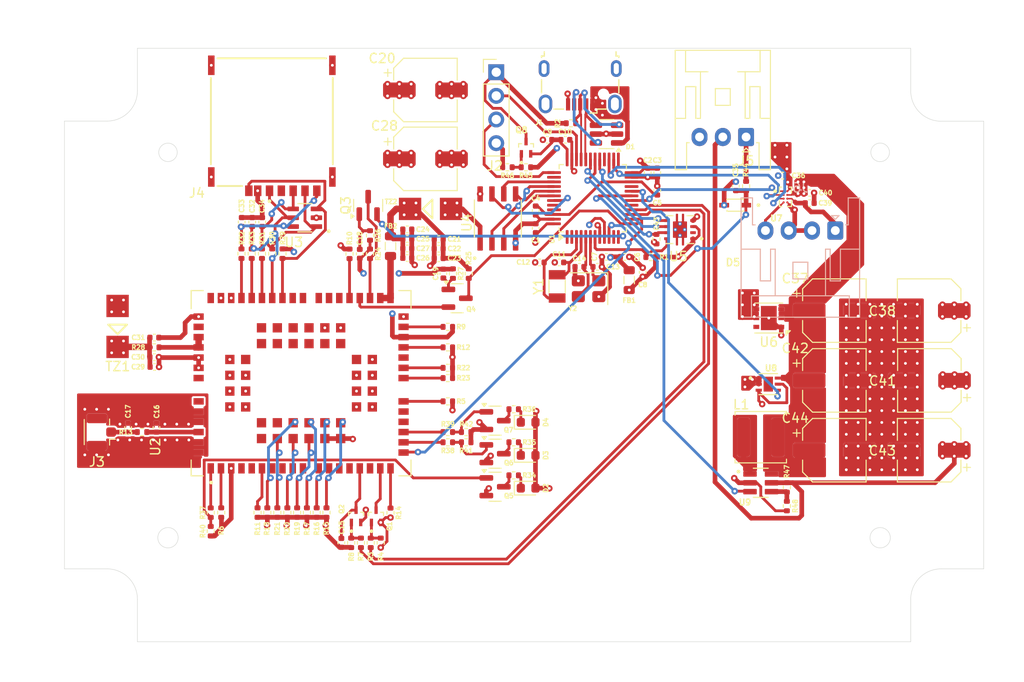
<source format=kicad_pcb>
(kicad_pcb (version 20241229) (generator "pcbnew") (generator_version "9.0")
  (layers (0 "F.Cu" signal) (4 "In1.Cu" power) (6 "In2.Cu" power) (2 "B.Cu" signal) (13 "F.Paste" user) (15 "B.Paste" user) (5 "F.SilkS" user "F.Silkscreen") (7 "B.SilkS" user "B.Silkscreen") (1 "F.Mask" user) (3 "B.Mask" user) (25 "Edge.Cuts" user))
  (net 0 "")
  (net 1 "GND")
  (net 2 "/mcu/VDD")
  (net 3 "/mcu/VDD12")
  (net 4 "/mcu/VDDA")
  (net 5 "/mcu/VDDUSB")
  (net 6 "/mcu/LSE_OUT")
  (net 7 "/mcu/LSE_IN")
  (net 8 "/mcu/HSE_OUT")
  (net 9 "/mcu/HSE_IN")
  (net 10 "/modem/PWRKEY")
  (net 11 "/modem/ANT_MAIN")
  (net 12 "/modem/ANT_OUT")
  (net 13 "/modem/VDD_EXT")
  (net 14 "Net-(Q3-B)")
  (net 15 "Net-(Q4-B)")
  (net 16 "/modem/VBAT")
  (net 17 "/modem/usim/I{slash}O")
  (net 18 "/modem/usim/CLK")
  (net 19 "/modem/usim/RST")
  (net 20 "/mcu/SENSE_IN")
  (net 21 "/power_supply/SYS")
  (net 22 "/power_supply/IN")
  (net 23 "/power_supply/VDD_5V")
  (net 24 "/mcu/D+")
  (net 25 "/mcu/ID")
  (net 26 "/mcu/D-")
  (net 27 "Net-(D2-K)")
  (net 28 "Net-(D3-K)")
  (net 29 "Net-(D4-K)")
  (net 30 "/modem/VBAT_BB")
  (net 31 "/mcu/SWDIO")
  (net 32 "/mcu/SWCLK")
  (net 33 "/modem/USIM_VDD")
  (net 34 "/modem/USIM_DET")
  (net 36 "/sensor/A_SIG_IN")
  (net 37 "/power_supply/BATTERY")
  (net 38 "/power_supply/NTC")
  (net 39 "/power_supply/SW")
  (net 40 "Net-(Q1-Pad1)")
  (net 41 "/modem/~{RESET}")
  (net 42 "Net-(Q2-Pad1)")
  (net 43 "/mcu/MOD_TX")
  (net 44 "/modem/MAIN_RXD")
  (net 45 "/modem/MAIN_TXD")
  (net 46 "/mcu/MOD_RX")
  (net 47 "Net-(Q5-B)")
  (net 48 "Net-(Q5-C)")
  (net 49 "Net-(Q6-C)")
  (net 50 "Net-(Q6-B)")
  (net 51 "Net-(Q7-C)")
  (net 52 "Net-(Q7-B)")
  (net 53 "/mcu/EWDG_~{RST}")
  (net 54 "/mcu/MOD_~{RST}")
  (net 55 "/modem/ADC0")
  (net 56 "/modem/ADC1")
  (net 57 "/mcu/MOD_~{PWRKEY}")
  (net 58 "/modem/MAIN_DTR")
  (net 59 "/modem/MAIN_CTS")
  (net 60 "/modem/PCM_DIN")
  (net 61 "/modem/GNSS_RXD")
  (net 62 "/modem/W_DISABLE#")
  (net 63 "/modem/GPIO9")
  (net 64 "/modem/GPIO8")
  (net 65 "/modem/GPIO7")
  (net 66 "/modem/GPIO6")
  (net 67 "/modem/GPIO5")
  (net 68 "/modem/GPIO4")
  (net 69 "/modem/GPIO3")
  (net 70 "/modem/GPIO2")
  (net 71 "/modem/GPIO1")
  (net 72 "/modem/VBAT_RF")
  (net 73 "/modem/USIM_RST")
  (net 74 "/modem/USIM_CLK")
  (net 75 "/modem/USIM_DATA")
  (net 76 "/modem/PSM_IND")
  (net 77 "/modem/STATUS")
  (net 78 "/modem/NET_STATUS")
  (net 79 "/mcu/EWDG_IN")
  (net 80 "/power_supply/FB")
  (net 81 "/mcu/STR_MOSI")
  (net 83 "/mcu/STR_MISO")
  (net 84 "/mcu/MOD_AP_READY")
  (net 86 "/mcu/MOD_PWR_EN")
  (net 88 "/power_supply/SCL")
  (net 89 "/mcu/SENSE_PWR_EN")
  (net 95 "/mcu/EWDG_EN")
  (net 96 "/power_supply/SDA")
  (net 98 "/mcu/STR_SCK")
  (net 99 "/mcu/VBAT")
  (net 100 "/mcu/STR_~{WP}")
  (net 101 "/power_supply/~{INT}")
  (net 102 "/mcu/STR_~{HOLD}")
  (net 103 "/mcu/EWDG_OUT")
  (net 144 "Net-(Q8-Pad1)")
  (footprint "SMBJ5.0A:SMB" (layer "F.Cu") (at 133.95 87.475)
    (property "Reference" "TZ2")
    (property "Value" "SMBJ5.0A")
  )
  (footprint "TLV76733DRVR:SON65P200X200X80-7N" (layer "F.Cu") (at 170.205 106.3)
    (property "Reference" "U8")
    (property "Value" "TLV76733DRVR")
  )
  (footprint "Resistor_SMD:R_0402_1005Metric" (layer "F.Cu") (at 115.375 120.1 90)
    (property "Reference" "R11")
    (property "Value" "100k")
  )
  (footprint "Resistor_SMD:R_0402_1005Metric" (layer "F.Cu") (at 116.425 120.1 90)
    (property "Reference" "R18")
    (property "Value" "100k")
  )
  (footprint "Resistor_SMD:R_0402_1005Metric" (layer "F.Cu") (at 122.775 120.1 90)
    (property "Reference" "R15")
    (property "Value" "100k")
  )
  (footprint "Capacitor_SMD:CP_Elec_6.3x5.7" (layer "F.Cu") (at 177.3 105.9)
    (property "Reference" "C42")
    (property "Value" "C_Polarized")
  )
  (footprint "Capacitor_SMD:C_0402_1005Metric" (layer "F.Cu") (at 134.82 91.75 180)
    (property "Reference" "C22")
    (property "Value" "47p")
  )
  (footprint "Resistor_SMD:R_0402_1005Metric" (layer "F.Cu") (at 120.675 120.1 90)
    (property "Reference" "R17")
    (property "Value" "100k")
  )
  (footprint "Capacitor_SMD:C_0402_1005Metric" (layer "F.Cu") (at 145.2375 89.55 90)
    (property "Reference" "C1")
    (property "Value" "10u")
  )
  (footprint "Resistor_SMD:R_0402_1005Metric" (layer "F.Cu") (at 111.475 120.1 90)
    (property "Reference" "R6")
    (property "Value" "100k")
  )
  (footprint "Capacitor_SMD:C_0402_1005Metric" (layer "F.Cu") (at 147.7625 93.225 180)
    (property "Reference" "C11")
    (property "Value" "22p")
  )
  (footprint "Capacitor_SMD:C_0402_1005Metric" (layer "F.Cu") (at 146.4875 80.05 180)
    (property "Reference" "C9")
    (property "Value" "10u")
  )
  (footprint "Capacitor_SMD:C_0402_1005Metric" (layer "F.Cu") (at 157.2625 83.575 -90)
    (property "Reference" "C2")
    (property "Value" "100n")
  )
  (footprint "Resistor_SMD:R_0402_1005Metric" (layer "F.Cu") (at 142.875 116.1)
    (property "Reference" "R34")
    (property "Value" "2k2")
  )
  (footprint "BQ25180YBGR:IC_BQ25180YBGR" (layer "F.Cu") (at 172.05 86.175)
    (property "Reference" "U7")
    (property "Value" "BQ25180YBGR")
  )
  (footprint "Resistor_SMD:R_0402_1005Metric" (layer "F.Cu") (at 127.45 92.3 90)
    (property "Reference" "R24")
    (property "Value" "10k")
  )
  (footprint "Resistor_SMD:R_0402_1005Metric" (layer "F.Cu") (at 110.35 122.1 90)
    (property "Reference" "R40")
    (property "Value" "47k")
  )
  (footprint "Resistor_SMD:R_0402_1005Metric" (layer "F.Cu") (at 128.6 123.35 -90)
    (property "Reference" "R4")
    (property "Value" "47k")
  )
  (footprint "Inductor_SMD:L_APV_ANR5045" (layer "F.Cu") (at 169.4 112 180)
    (property "Reference" "L1")
    (property "Value" "4h7")
  )
  (footprint "Resistor_SMD:R_0402_1005Metric" (layer "F.Cu") (at 114.75 92.285 -90)
    (property "Reference" "R33")
    (property "Value" "0R")
  )
  (footprint "Resistor_SMD:R_0402_1005Metric" (layer "F.Cu") (at 167.825 85.025 -90)
    (property "Reference" "R44")
    (property "Value" "10k")
  )
  (footprint "Package_QFP:LQFP-48_7x7mm_P0.5mm" (layer "F.Cu") (at 151.3625 86.325 90)
    (property "Reference" "U1")
    (property "Value" "STM32L412CBTxP")
  )
  (footprint "Package_TO_SOT_SMD:SOT-23" (layer "F.Cu") (at 140.875 110.225)
    (property "Reference" "Q7")
    (property "Value" "MMBT2222A")
  )
  (footprint "LED_SMD:LED_0603_1608Metric" (layer "F.Cu") (at 144.425 110.4)
    (property "Reference" "D4")
    (property "Value" "LED")
  )
  (footprint "Resistor_SMD:R_0402_1005Metric" (layer "F.Cu") (at 118.05 92.285 90)
    (property "Reference" "R29")
    (property "Value" "R")
  )
  (footprint "Capacitor_SMD:C_0402_1005Metric" (layer "F.Cu") (at 104.3 101.3)
    (property "Reference" "C31")
    (property "Value" "10p")
  )
  (footprint "Resistor_SMD:R_0402_1005Metric" (layer "F.Cu") (at 135.8 112.55 180)
    (property "Reference" "R38")
    (property "Value" "4k7")
  )
  (footprint "Capacitor_SMD:CP_Elec_6.3x5.7" (layer "F.Cu") (at 177.3 113.4)
    (property "Reference" "C44")
    (property "Value" "10u")
  )
  (footprint "Resistor_SMD:R_0402_1005Metric" (layer "F.Cu") (at 135.8 105.65 180)
    (property "Reference" "R23")
    (property "Value" "100k")
  )
  (footprint "Capacitor_SMD:CP_Elec_6.3x5.7" (layer "F.Cu") (at 177.3 98.4)
    (property "Reference" "C37")
    (property "Value" "C_Polarized")
  )
  (footprint "Capacitor_SMD:C_0402_1005Metric" (layer "F.Cu") (at 115.875 88.885 90)
    (property "Reference" "C34")
    (property "Value" "33p")
  )
  (footprint "Capacitor_SMD:C_0402_1005Metric" (layer "F.Cu") (at 135.325 94.425 -90)
    (property "Reference" "C19")
    (property "Value" "1n")
  )
  (footprint "Resistor_SMD:R_0402_1005Metric" (layer "F.Cu") (at 126.475 123.35 90)
    (property "Reference" "R7")
    (property "Value" "4k7")
  )
  (footprint "Inductor_SMD:L_0805_2012Metric" (layer "F.Cu") (at 129.65 91.475 -90)
    (property "Reference" "FB2")
    (property "Value" "800R@700-960MHz")
  )
  (footprint "Connector_JST:JST_XA_S03B-XASK-1_1x03_P2.50mm_Horizontal" (layer "F.Cu") (at 167.825 79.75 180)
    (property "Reference" "J5")
    (property "Value" "Conn_01x03")
  )
  (footprint "Capacitor_SMD:C_0402_1005Metric" (layer "F.Cu") (at 149.9375 93.7 180)
    (property "Reference" "C14")
    (property "Value" "10p")
  )
  (footprint "Resistor_SMD:R_0402_1005Metric" (layer "F.Cu") (at 158.2 90.725 90)
    (property "Reference" "R43")
    (property "Value" "100k")
  )
  (footprint "Capacitor_SMD:C_0402_1005Metric" (layer "F.Cu") (at 156.725 94.28 90)
    (property "Reference" "C8")
    (property "Value" "1u")
  )
  (footprint "Capacitor_SMD:C_0402_1005Metric" (layer "F.Cu") (at 145.6625 93.225 180)
    (property "Reference" "C12")
    (property "Value" "22p")
  )
  (footprint "TPS61070DDCR:SOT95P280X110-6N" (layer "F.Cu") (at 169.4 116.9)
    (property "Reference" "U9")
    (property "Value" "TPS61070DDCR")
  )
  (footprint "Resistor_SMD:R_0402_1005Metric" (layer "F.Cu") (at 104.29 102.35)
    (property "Reference" "R28")
    (property "Value" "0R")
  )
  (footprint "Resistor_SMD:R_0402_1005Metric" (layer "F.Cu") (at 115.85 92.285 -90)
    (property "Reference" "R31")
    (property "Value" "0R")
  )
  (footprint "Capacitor_SMD:C_0402_1005Metric" (layer "F.Cu") (at 158.2875 85.5 90)
    (property "Reference" "C5")
    (property "Value" "1u")
  )
  (footprint "Capacitor_SMD:C_0402_1005Metric" (layer "F.Cu") (at 134.825 90.725 180)
    (property "Reference" "C21")
    (property "Value" "220n")
  )
  (footprint "Capacitor_SMD:CP_Elec_6.3x5.7" (layer "F.Cu") (at 187.5 105.9 180)
    (property "Reference" "C41")
    (property "Value" "C_Polarized")
  )
  (footprint "Resistor_SMD:R_0402_1005Metric" (layer "F.Cu") (at 138.05 94.425 90)
    (property "Reference" "R25")
    (property "Value" "10k")
  )
  (footprint "Resistor_SMD:R_0402_1005Metric" (layer "F.Cu") (at 125.425 123.35 -90)
    (property "Reference" "R8")
    (property "Value" "47k")
  )
  (footprint "Resistor_SMD:R_0402_1005Metric" (layer "F.Cu") (at 142.2 83)
    (property "Reference" "R46")
    (property "Value" "10k")
  )
  (footprint "Resistor_SMD:R_0402_1005Metric" (layer "F.Cu") (at 172.2 119.4 90)
    (property "Reference" "R48")
    (property "Value" "10k")
  )
  (footprint "Capacitor_SMD:C_0402_1005Metric" (layer "F.Cu") (at 166.725 85.03 90)
    (property "Reference" "C35")
    (property "Value" "1u")
  )
  (footprint "BG95M3LA-64-SGNS:XCVR_BG95M3LA-64-SGNS" (layer "F.Cu") (at 120.05 106.2 90)
    (property "Reference" "U2")
    (property "Value" "BG95M3LA-64-SGNS")
  )
  (footprint "Capacitor_SMD:C_0402_1005Metric" (layer "F.Cu") (at 134.825 92.775 180)
    (property "Reference" "C23")
    (property "Value" "150p")
  )
  (footprint "DTC043ZEBTL:SOTFL50P160X85-3N" (layer "F.Cu") (at 125.95 120.5 90)
    (property "Reference" "Q2")
    (property "Value" "DTC043ZEBTL")
  )
  (footprint "Resistor_SMD:R_0402_1005Metric" (layer "F.Cu") (at 157.575 92.65)
    (property "Reference" "R1")
    (property "Value" "10k")
  )
  (footprint "Capacitor_SMD:C_0402_1005Metric" (layer "F.Cu") (at 131.45 90.7)
    (property "Reference" "C25")
    (property "Value" "68p")
  )
  (footprint "Resistor_SMD:R_0402_1005Metric" (layer "F.Cu") (at 127.45 90.325 -90)
    (property "Reference" "R26")
    (property "Value" "4k7")
  )
  (footprint "Package_TO_SOT_SMD:SOT-23" (layer "F.Cu") (at 127.25 87.1 90)
    (property "Reference" "Q3")
    (property "Value" "MMBT2222A")
  )
  (footprint "Capacitor_SMD:C_0402_1005Metric" (layer "F.Cu") (at 114.8 88.885 90)
    (property "Reference" "C32")
    (property "Value" "33p")
  )
  (footprint "Resistor_SMD:R_0402_1005Metric" (layer "F.Cu") (at 142.875 109)
    (property "Reference" "R36")
    (property "Value" "2k2")
  )
  (footprint "Resistor_SMD:R_0402_1005Metric" (layer "F.Cu") (at 137.775 111.45 180)
    (property "Reference" "R42")
    (property "Value" "47k")
  )
  (footprint "Connector_Coaxial:U.FL_Hirose_U.FL-R-SMT-1_Vertical" (layer "F.Cu") (at 98.605 111.45 180)
    (property "Reference" "J3")
    (property "Value" "Conn_Coaxial")
  )
  (footprint "Resistor_SMD:R_0402_1005Metric" (layer "F.Cu") (at 113.65 92.285 90)
    (property "Reference" "R32")
    (property "Value" "0R")
  )
  (footprint "SMBJ5.0A:SMB" (layer "F.Cu") (at 100.35 100.1 90)
    (property "Reference" "TZ1")
    (property "Value" "SMBJ5.0A")
  )
  (footprint "Crystal:Crystal_SMD_3225-4Pin_3.2x2.5mm" (layer "F.Cu") (at 150.9125 96.05 180)
    (property "Reference" "Y2")
    (property "Value" "16MHz")
  )
  (footprint "Resistor_SMD:R_0402_1005Metric" (layer "F.Cu") (at 137.775 112.55 180)
    (property "Reference" "R41")
    (property "Value" "47k")
  )
  (footprint "Capacitor_SMD:C_0402_1005Metric" (layer "F.Cu") (at 145.2375 87.65 -90)
    (property "Reference" "C4")
    (property "Value" "1u")
  )
  (footprint "Resistor_SMD:R_0402_1005Metric" (layer "F.Cu") (at 121.725 120.1 90)
    (property "Reference" "R16")
    (property "Value" "100k")
  )
  (footprint "Capacitor_SMD:C_0402_1005Metric" (layer "F.Cu") (at 152.825 92.625 180)
    (property "Reference" "C7")
    (property "Value" "1u")
  )
  (footprint "Resistor_SMD:R_0402_1005Metric" (layer "F.Cu") (at 102.975 111.45)
    (property "Reference" "R13")
    (property "Value" "R")
  )
  (footprint "Crystal:Crystal_SMD_3215-2Pin_3.2x1.5mm" (layer "F.Cu") (at 147.5375 95.8 90)
    (property "Reference" "Y1")
    (property "Value" "32,768KHz")
  )
  (footprint "Connector_PinHeader_2.54mm:PinHeader_1x04_P2.54mm_Vertical" (layer "F.Cu") (at 141 72.79)
    (property "Reference" "J2")
    (property "Value" "PRG")
  )
  (footprint "Resistor_SMD:R_0402_1005Metric" (layer "F.Cu") (at 135.8 102.35 180)
    (property "Reference" "R12")
    (property "Value" "100k")
  )
  (footprint "Capacitor_SMD:C_0402_1005Metric" (layer "F.Cu") (at 158.2875 83.575 -90)
    (property "Reference" "C3")
    (property "Value" "100n")
  )
  (footprint "Capacitor_SMD:C_0402_1005Metric" (layer "F.Cu") (at 131.45 92.75)
    (property "Reference" "C26")
    (property "Value" "33p")
  )
  (footprint "Capacitor_SMD:CP_Elec_6.3x5.7" (layer "F.Cu") (at 187.475 98.4 180)
    (property "Reference" "C38")
    (property "Value" "C_Polarized")
  )
  (footprint "LED_SMD:LED_0603_1608Metric" (layer "F.Cu") (at 144.425 113.95)
    (property "Reference" "D3")
    (property "Value" "LED")
  )
  (footprint "Capacitor_SMD:C_0402_1005Metric" (layer "F.Cu") (at 124.375 123.35 -90)
    (property "Reference" "C15")
    (property "Value" "10n")
  )
  (footprint "Resistor_SMD:R_0402_1005Metric" (layer "F.Cu") (at 142.875 112.55)
    (property "Reference" "R35")
    (property "Value" "2k2")
  )
  (footprint "Connector_USB:USB_Micro-B_Wuerth_629105150521" (layer "F.Cu") (at 150.0125 74.35 180)
    (property "Reference" "J1")
    (property "Value" "USB_B_Micro")
  )
  (footprint "Resistor_SMD:R_0402_1005Metric" (layer "F.Cu") (at 172.2 117.4 90)
    (property "Reference" "R47")
    (property "Value" "10k")
  )
  (footprint "Capacitor_SMD:C_0402_1005Metric" (layer "F.Cu") (at 104.32 104.45)
    (property "Reference" "C29")
    (property "Value" "100n")
  )
  (footprint "polycase:lp-31p" (layer "F.Cu") (at 89.994577 65.644691)
    (property "Reference" "REF**" (hide yes))
    (property "Value" "lp-31p" (hide yes))
    (fp_line (start 4.652209 60.502607) (end 4.652209 12.395221) (stroke (width 0.05)) (layer "Edge.Cuts"))
    (fp_line (start 9.22653 60.502607) (end 4.652209 60.502607) (stroke (width 0.05)) (layer "Edge.Cuts"))
    (fp_line (start 9.23 12.395221) (end 4.652209 12.395221) (stroke (width 0.05)) (layer "Edge.Cuts"))
    (fp_line (start 12.485221 4.576981) (end 95.502839 4.576981) (stroke (width 0.05)) (layer "Edge.Cuts"))
    (fp_line (start 12.485221 9.14) (end 12.485221 4.576981) (stroke (width 0.05)) (layer "Edge.Cuts"))
    (fp_line (start 12.485223 63.7613) (end 12.485223 68.335619) (stroke (width 0.05)) (layer "Edge.Cuts"))
    (fp_line (start 95.502839 9.1513) (end 95.502839 4.576981) (stroke (width 0.05)) (layer "Edge.Cuts"))
    (fp_line (start 95.502839 63.7613) (end 95.502839 68.335619) (stroke (width 0.05)) (layer "Edge.Cuts"))
    (fp_line (start 95.502839 68.335619) (end 12.485223 68.335619) (stroke (width 0.05)) (layer "Edge.Cuts"))
    (fp_line (start 98.761528 12.409988) (end 103.335847 12.409988) (stroke (width 0.05)) (layer "Edge.Cuts"))
    (fp_line (start 98.761528 60.50264) (end 103.335847 60.50264) (stroke (width 0.05)) (layer "Edge.Cuts"))
    (fp_line (start 103.335847 12.409988) (end 103.335847 60.50264) (stroke (width 0.05)) (layer "Edge.Cuts"))
    (fp_arc (start 9.226528 60.502607) (mid 11.530772 61.457056) (end 12.485221 63.7613) (stroke (width 0.05)) (layer "Edge.Cuts"))
    (fp_arc (start 12.485221 9.14) (mid 11.531789 11.441789) (end 9.23 12.395221) (stroke (width 0.05)) (layer "Edge.Cuts"))
    (fp_arc (start 95.502839 63.7613) (mid 96.457287 61.457059) (end 98.761528 60.502611) (stroke (width 0.05)) (layer "Edge.Cuts"))
    (fp_arc (start 98.761528 12.409989) (mid 96.457287 11.455541) (end 95.502839 9.1513) (stroke (width 0.05)) (layer "Edge.Cuts"))
    (fp_circle (center 15.767028 57.1573) (end 16.85923 57.1573) (stroke (width 0.05)) (fill no) (layer "Edge.Cuts"))
    (fp_circle (center 15.767029 15.7553) (end 16.757258 15.7553) (stroke (width 0.05)) (fill no) (layer "Edge.Cuts"))
    (fp_circle (center 92.221028 15.7553) (end 93.22 15.7553) (stroke (width 0.05)) (fill no) (layer "Edge.Cuts"))
    (fp_circle (center 92.221028 57.1573) (end 93.313199 57.1573) (stroke (width 0.05)) (fill no) (layer "Edge.Cuts"))
  )
  (footprint "Capacitor_SMD:C_0402_1005Metric" (layer "F.Cu") (at 171.75 83.9 180)
    (property "Reference" "C36")
    (property "Value" "1u")
  )
  (footprint "Capacitor_SMD:C_0402_1005Metric" (layer "F.Cu") (at 101.475 110.975 90)
    (property "Reference" "C17")
    (property "Value" "C")
  )
  (footprint "Capacitor_SMD:C_0402_1005Metric" (layer "F.Cu") (at 148.4125 80.05)
    (property "Reference" "C10")
    (property "Value" "100n")
  )
  (footprint "Resistor_SMD:R_0402_1005Metric" (layer "F.Cu") (at 127.525 123.35 90)
    (property "Reference" "R3")
    (property "Value" "4k7")
  )
  (footprint "DTC043ZEBTL:SOTFL50P160X85-3N" (layer "F.Cu") (at 128.1 120.5 90)
    (property "Reference" "Q1")
    (property "Value" "DTC043ZEBTL")
  )
  (footprint "Resistor_SMD:R_0402_1005Metric" (layer "F.Cu") (at 135.8 108.15 180)
    (property "Reference" "R5")
    (property "Value" "100k")
  )
  (footprint "Resistor_SMD:R_0402_1005Metric" (layer "F.Cu") (at 144.19 83)
    (property "Reference" "R45")
    (property "Value" "10k")
  )
  (footprint "Package_TO_SOT_SMD:SOT-23" (layer "F.Cu") (at 140.875 117.325)
    (property "Reference" "Q5")
    (property "Value" "MMBT2222A")
  )
  (footprint "Capacitor_SMD:C_0402_1005Metric" (layer "F.Cu") (at 131.45 91.725)
    (property "Reference" "C27")
    (property "Value" "10p")
  )
  (footprint "SIM8066-6-1-14-01-A_REVA:GCT_SIM8066-6-1-14-01-A_REVA" (layer "F.Cu") (at 116.91 78.155 180)
    (property "Reference" "J4")
    (property "Value" "SIM8066-6-1-14-01-A_REVA")
  )
  (footprint "Capacitor_SMD:C_0402_1005Metric" (layer "F.Cu") (at 104.525 110.975 90)
    (property "Reference" "C16")
    (property "Value" "C")
  )
  (footprint "Inductor_SMD:L_0805_2012Metric" (layer "F.Cu") (at 155.275 95.125 -90)
    (property "Reference" "FB1")
    (property "Value" "120R@100MHz")
  )
  (footprint "Capacitor_SMD:C_0402_1005Metric" (layer "F.Cu") (at 151.8625 93.7)
    (property "Reference" "C13")
    (property "Value" "10p")
  )
  (footprint "Package_DFN_QFN:DFN-6-1EP_3x3mm_P0.95mm_EP1.7x2.6mm" (layer "F.Cu") (at 170.26 99.2 180)
    (property "Reference" "U6")
    (property "Value" "LDO40LPU33RY")
  )
  (footprint "Resistor_SMD:R_0402_1005Metric" (layer "F.Cu") (at 135.8 111.45 180)
    (property "Reference" "R39")
    (property "Value" "4k7")
  )
  (footprint "FM25V02A-GTR:SOIC127P602X172-8N" (layer "F.Cu") (at 141.175 88.5 90)
    (property "Reference" "U4")
    (property "Value" "FM25V02A-GTR")
  )
  (footprint "Resistor_SMD:R_0402_1005Metric" (layer "F.Cu") (at 125.25 92.3 -90)
    (property "Reference" "R10")
    (property "Value" "10k")
  )
  (footprint "Capacitor_SMD:C_0402_1005Metric" (layer "F.Cu") (at 113.675 88.885 90)
    (property "Reference" "C33")
    (property "Value" "33p")
  )
  (footprint "Capacitor_SMD:C_0402_1005Metric" (layer "F.Cu") (at 126.35 92.3 90)
    (property "Reference" "C18")
    (property "Value" "1n")
  )
  (footprint "Capacitor_SMD:CP_Elec_6.3x5.4" (layer "F.Cu") (at 133.4 82.1)
    (property "Reference" "C28")
    (property "Value" "100u")
  )
  (footprint "Capacitor_SMD:CP_Elec_6.3x5.4" (layer "F.Cu") (at 133.4 74.7)
    (property "Reference" "C20")
    (property "Value" "100u")
  )
  (footprint "Resistor_SMD:R_0402_1005Metric" (layer "F.Cu") (at 110.35 120.11 90)
    (property "Reference" "R37")
    (property "Value" "4k7")
  )
  (footprint "Resistor_SMD:R_0402_1005Metric" (layer "F.Cu") (at 129.65 120.125 90)
    (property "Reference" "R14")
    (property "Value" "10k")
  )
  (footprint "Capacitor_SMD:C_0402_1005Metric" (layer "F.Cu") (at 174.65 86.85)
    (property "Reference" "C39")
    (property "Value" "1u")
  )
  (footprint "Resistor_SMD:R_0402_1005Metric" (layer "F.Cu") (at 117.5 120.1 90)
    (property "Reference" "R21")
    (property "Value" "100k")
  )
  (footprint "Package_TO_SOT_SMD:SOT-23-6" (layer "F.Cu") (at 152.8375 79.4375 180)
    (property "Reference" "D1")
    (property "Value" "ESDA6V1BC6")
  )
  (footprint "Capacitor_SMD:C_0402_1005Metric" (layer "F.Cu") (at 131.45 89.675)
    (property "Reference" "C24")
    (property "Value" "100p")
  )
  (footprint "LED_SMD:LED_0603_1608Metric" (layer "F.Cu") (at 144.425 117.475)
    (property "Reference" "D2")
    (property "Value" "LED")
  )
  (footprint "Package_TO_SOT_SMD:SOT-23" (layer "F.Cu") (at 140.875 113.775)
    (property "Reference" "Q6")
    (property "Value" "MMBT2222A")
  )
  (footprint "TPS3431SDRBR:IC_TPS3431SDRBR" (layer "F.Cu") (at 160.725 89.7 180)
    (property "Reference" "U5")
    (property "Value" "TPS3431SDRBR")
  )
  (footprint "IP4220CZ6F:SOT95P275X110-6N" (layer "F.Cu") (at 120.45 88.425 180)
    (property "Reference" "U3")
    (property "Value" "IP4220CZ6F")
  )
  (footprint "Capacitor_SMD:C_0402_1005Metric" (layer "F.Cu") (at 154.8 92.625)
    (property "Reference" "C6")
    (property "Value" "10u")
  )
  (footprint "Package_TO_SOT_SMD:SOT-23" (layer "F.Cu") (at 136.8 97.075)
    (property "Reference" "Q4")
    (property "Value" "MMBT2222A")
  )
  (footprint "Resistor_SMD:R_0402_1005Metric" (layer "F.Cu") (at 135.8 104.55 180)
    (property "Reference" "R22")
    (property "Value" "100k")
  )
  (footprint "Resistor_SMD:R_0402_1005Metric" (layer "F.Cu") (at 118.575 120.1 90)
    (property "Reference" "R20")
    (property "Value" "100k")
  )
  (footprint "Resistor_SMD:R_0402_1005Metric" (layer "F.Cu") (at 116.95 92.285 -90)
    (property "Reference" "R30")
    (property "Value" "R")
  )
  (footprint "Capacitor_SMD:C_0402_1005Metric" (layer "F.Cu") (at 174.645 85.75)
    (property "Reference" "C40")
    (property "Value" "10u")
  )
  (footprint "Resistor_SMD:R_0402_1005Metric" (layer "F.Cu") (at 119.625 120.1 90)
    (property "Reference" "R19")
    (property "Value" "100k")
  )
  (footprint "Resistor_SMD:R_0402_1005Metric" (layer "F.Cu") (at 136.35 94.425 90)
    (property "Reference" "R27")
    (property "Value" "4k7")
  )
  (footprint "Capacitor_SMD:C_0402_1005Metric" (layer "F.Cu") (at 104.3 103.4)
    (property "Reference" "C30")
    (property "Value" "33p")
  )
  (footprint "Resistor_SMD:R_0402_1005Metric" (layer "F.Cu") (at 135.8 100.15 180)
    (property "Reference" "R9")
    (property "Value" "10k")
  )
  (footprint "DTC043ZEBTL:SOTFL50P160X85-3N" (layer "F.Cu") (at 144.2 80.9 90)
    (property "Reference" "Q8")
    (property "Value" "DTC043ZEBTL")
  )
  (footprint "CDSOD323-T03:SOD2513X114N" (layer "F.Cu") (at 166.65 87.075 180)
    (property "Reference" "D5")
    (property "Value" "CDSOD323-T03")
  )
  (footprint "Resistor_SMD:R_0402_1005Metric" (layer "F.Cu") (at 149.0225 78.275 180)
    (property "Reference" "R2")
    (property "Value" "1k5")
  )
  (footprint "Capacitor_SMD:CP_Elec_6.3x5.7" (layer "F.Cu") (at 187.475 113.4 180)
    (property "Reference" "C43")
    (property "Value" "10u")
  )
  (footprint "Connector_JST:JST_XA_S04B-XASK-1N-BN_1x04_P2.50mm_Horizontal" (layer "B.Cu") (at 177.4 89.8 180)
    (property "Reference" "J6")
    (property "Value" "Battery")
  )
  (segment (start 171.23 106.3) (end 171.772 106.3) (width 0.3) (layer "F.Cu") (net 1))
  (segment (start 116.425 121.475) (end 116.4 121.5) (width 0.5) (layer "F.Cu") (net 1))
  (segment (start 122.775 120.61) (end 122.775 121.425) (width 0.5) (layer "F.Cu") (net 1))
  (segment (start 124.69 91.79) (end 124.3 91.4) (width 0.5) (layer "F.Cu") (net 1))
  (segment (start 122.775 121.425) (end 122.7 121.5) (width 0.5) (layer "F.Cu") (net 1))
  (segment (start 172.2 119.91) (end 170.981768 119.91) (width 0.3) (layer "F.Cu") (net 1))
  (segment (start 137.375 87.475) (end 136.15 87.475) (width 0.5) (layer "F.Cu") (net 1))
  (segment (start 152.3425 93.7) (end 152.3425 92.6275) (width 0.5) (layer "F.Cu") (net 1))
  (segment (start 134.34 90.73) (end 134.345 90.725) (width 0.5) (layer "F.Cu") (net 1))
  (segment (start 128.6 121.16) (end 129.271 121.831) (width 0.3) (layer "F.Cu") (net 1))
  (segment (start 125.395 123.83) (end 125.425 123.86) (width 0.5) (layer "F.Cu") (net 1))
  (segment (start 136.31 102.35) (end 136.31 103.39) (width 0.5) (layer "F.Cu") (net 1))
  (segment (start 147.2 88.575) (end 145.7325 88.575) (width 0.3) (layer "F.Cu") (net 1))
  (segment (start 152.3425 92.6275) (end 152.345 92.625) (width 0.5) (layer "F.Cu") (net 1))
  (segment (start 129.271 121.831) (end 129.271 123.189) (width 0.3) (layer "F.Cu") (net 1))
  (segment (start 155.28 92.625) (end 155.55 92.625) (width 0.5) (layer "F.Cu") (net 1))
  (segment (start 138.285 112.55) (end 138.285 111.45) (width 0.5) (layer "F.Cu") (net 1))
  (segment (start 118.575 121.425) (end 118.5 121.5) (width 0.5) (layer "F.Cu") (net 1))
  (segment (start 172.2 108.3) (end 170.3 108.3) (width 0.3) (layer "F.Cu") (net 1))
  (segment (start 149.1125 82.1625) (end 149.1125 83.173423) (width 0.3) (layer "F.Cu") (net 1))
  (segment (start 134.34 91.75) (end 134.34 90.73) (width 0.5) (layer "F.Cu") (net 1))
  (segment (start 141.69 81.1) (end 141 80.41) (width 0.5) (layer "F.Cu") (net 1))
  (segment (start 134.345 92.775) (end 134.345 93.155) (width 0.5) (layer "F.Cu") (net 1))
  (segment (start 157.2425 84.075) (end 157.2625 84.055) (width 0.3) (layer "F.Cu") (net 1))
  (segment (start 129.65 120.635) (end 129.125 120.635) (width 0.3) (layer "F.Cu") (net 1))
  (segment (start 136.31 105.65) (end 136.31 104.55) (width 0.5) (layer "F.Cu") (net 1))
  (segment (start 152.110792 96.9) (end 153.1635 95.847292) (width 0.5) (layer "F.Cu") (net 1))
  (segment (start 148.7125 75.15) (end 148.6625 75.1) (width 0.3) (layer "F.Cu") (net 1))
  (segment (start 149.1125 83.173423) (end 149.36602 83.426943) (width 0.3) (layer "F.Cu") (net 1))
  (segment (start 149.8125 95.2) (end 149.4575 94.845) (width 0.5) (layer "F.Cu") (net 1))
  (segment (start 125.55 112.15) (end 125.6 112.2) (width 0.5) (layer "F.Cu") (net 1))
  (segment (start 172.5 87.125) (end 172.825 87.45) (width 0.5) (layer "F.Cu") (net 1))
  (segment (start 139.9375 111.175) (end 139.9375 111.1375) (width 0.5) (layer "F.Cu") (net 1))
  (segment (start 162.125765 88.725) (end 162.550765 88.3) (width 0.5) (layer "F.Cu") (net 1))
  (segment (start 139.27 89.37) (end 137.375 87.475) (width 0.5) (layer "F.Cu") (net 1))
  (segment (start 136.31 109.09) (end 136.3 109.1) (width 0.5) (layer "F.Cu") (net 1))
  (segment (start 125.25 91.79) (end 124.69 91.79) (width 0.5) (layer "F.Cu") (net 1))
  (segment (start 152.8375 79.4375) (end 152.8 79.4) (width 0.5) (layer "F.Cu") (net 1))
  (segment (start 107.1 101.3) (end 107.6 100.8) (width 0.5) (layer "F.Cu") (net 1))
  (segment (start 115.875 87.075) (end 115.39 86.59) (width 0.5) (layer "F.Cu") (net 1))
  (segment (start 153.1635 94.521) (end 152.3425 93.7) (width 0.5) (layer "F.Cu") (net 1))
  (segment (start 110.35 122.61) (end 110.669999 122.61) (width 0.5) (layer "F.Cu") (net 1))
  (segment (start 151.7 79.4375) (end 153.975 79.4375) (width 0.5) (layer "F.Cu") (net 1))
  (segment (start 115.875 88.405) (end 115.875 87.075) (width 0.5) (layer "F.Cu") (net 1))
  (segment (start 113.675 88.405) (end 115.875 88.405) (width 0.5) (layer "F.Cu") (net 1))
  (segment (start 149.4575 94.845) (end 149.4575 93.7) (width 0.5) (layer "F.Cu") (net 1))
  (segment (start 171.6 100.15) (end 171.21 100.15) (width 0.5) (layer "F.Cu") (net 1))
  (segment (start 108.25 99.05) (end 109.05 99.05) (width 0.5) (layer "F.Cu") (net 1))
  (segment (start 171.772 106.3) (end 172.2 106.728) (width 0.3) (layer "F.Cu") (net 1))
  (segment (start 139.9375 117.7625) (end 140.2 117.5) (width 0.5) (layer "F.Cu") (net 1))
  (segment (start 112.55 120.729999) (end 112.55 115.35) (width 0.5) (layer "F.Cu") (net 1))
  (segment (start 131.93 92.75) (end 131.93 93.18) (width 0.5) (layer "F.Cu") (net 1))
  (segment (start 124.185318 123.83) (end 122.775 122.419682) (width 0.5) (layer "F.Cu") (net 1))
  (segment (start 139.9375 111.175) (end 138.56 111.175) (width 0.5) (layer "F.Cu") (net 1))
  (segment (start 136.31 104.55) (end 136.31 102.35) (width 0.5) (layer "F.Cu") (net 1))
  (segment (start 111.475 120.61) (end 111.5 120.635) (width 0.5) (layer "F.Cu") (net 1))
  (segment (start 153.975 79.4375) (end 152.8375 79.4375) (width 0.5) (layer "F.Cu") (net 1))
  (segment (start 170.981768 119.91) (end 169.4 118.328232) (width 0.3) (layer "F.Cu") (net 1))
  (segment (start 173.045 89.155) (end 172.4 89.8) (width 0.5) (layer "F.Cu") (net 1))
  (segment (start 167.05 116.9) (end 166.55 116.4) (width 0.5) (layer "F.Cu") (net 1))
  (segment (start 120.675 120.61) (end 120.675 121.425) (width 0.5) (layer "F.Cu") (net 1))
  (segment (start 139.9375 118.275) (end 139.9375 117.7625) (width 0.5) (layer "F.Cu") (net 1))
  (segment (start 139.9375 114.4625) (end 140.4 114) (width 0.5) (layer "F.Cu") (net 1))
  (segment (start 116.425 120.61) (end 116.425 121.475) (width 0.5) (layer "F.Cu") (net 1))
  (segment (start 116.425 120.61) (end 117.5 120.61) (width 0.5) (layer "F.Cu") (net 1))
  (segment (start 136.31 103.39) (end 136.3 103.4) (width 0.5) (layer "F.Cu") (net 1))
  (segment (start 172.2 106.728) (end 172.2 108.3) (width 0.3) (layer "F.Cu") (net 1))
  (segment (start 175.13 86.85) (end 175.13 85.755) (width 0.5) (layer "F.Cu") (net 1))
  (segment (start 104.8 103.42) (end 104.78 103.4) (width 0.5) (layer "F.Cu") (net 1))
  (segment (start 131.93 91.725) (end 131.93 90.7) (width 0.5) (layer "F.Cu") (net 1))
  (segment (start 169.18 106.95) (end 169.18 108.08) (width 0.3) (layer "F.Cu") (net 1))
  (segment (start 131.93 92.75) (end 131.93 91.725) (width 0.5) (layer "F.Cu") (net 1))
  (segment (start 153.1635 95.847292) (end 153.1635 94.521) (width 0.5) (layer "F.Cu") (net 1))
  (segment (start 139.9375 114.725) (end 139.9375 114.4625) (width 0.5) (layer "F.Cu") (net 1))
  (segment (start 143.83 89.07) (end 145.2375 89.07) (width 0.5) (layer "F.Cu") (net 1))
  (segment (start 129.271 123.189) (end 128.6 123.86) (width 0.3) (layer "F.Cu") (net 1))
  (segment (start 169.18 108.08) (end 169.55 108.45) (width 0.3) (layer "F.Cu") (net 1))
  (segment (start 110.669999 122.61) (end 112.55 120.729999) (width 0.5) (layer "F.Cu") (net 1))
  (segment (start 175.13 85.755) (end 175.125 85.75) (width 0.5) (layer "F.Cu") (net 1))
  (segment (start 120.675 120.61) (end 121.725 120.61) (width 0.5) (layer "F.Cu") (net 1))
  (segment (start 143.08 89.82) (end 143.83 89.07) (width 0.5) (layer "F.Cu") (net 1))
  (segment (start 122.6 112.15) (end 124.3 112.15) (width 0.5) (layer "F.Cu") (net 1))
  (segment (start 173.045 87.57) (end 173.045 89.155) (width 0.5) (layer "F.Cu") (net 1))
  (segment (start 136.31 108.15) (end 136.31 109.09) (width 0.5) (layer "F.Cu") (net 1))
  (segment (start 117.5 120.61) (end 118.575 120.61) (width 0.5) (layer "F.Cu") (net 1))
  (segment (start 152.1125 89.456998) (end 151.886796 89.231294) (width 0.3) (layer "F.Cu") (net 1))
  (segment (start 145.6825 88.575) (end 145.2375 88.13) (width 0.3) (layer "F.Cu") (net 1))
  (segment (start 152.1125 90.4875) (end 152.1125 89.456998) (width 0.3) (layer "F.Cu") (net 1))
  (segment (start 118.575 120.61) (end 119.625 120.61) (width 0.5) (layer "F.Cu") (net 1))
  (segment (start 149.1125 82.1625) (end 149.1125 80.27) (width 0.3) (layer "F.Cu") (net 1))
  (segment (start 147.2 88.575) (end 145.6825 88.575) (width 0.3) (layer "F.Cu") (net 1))
  (segment (start 107.6 99.7) (end 108.25 99.05) (width 0.5) (layer "F.Cu") (net 1))
  (segment (start 149.1125 80.27) (end 148.8925 80.05) (width 0.3) (layer "F.Cu") (net 1))
  (segment (start 165.47 85.495001) (end 165.47 87.075) (width 0.5) (layer "F.Cu") (net 1))
  (segment (start 169.18 107.18) (end 169.18 106.95) (width 0.3) (layer "F.Cu") (net 1))
  (segment (start 109.05 104.55) (end 109.05 103.45) (width 0.5) (layer "F.Cu") (net 1))
  (segment (start 134.34 92.77) (end 134.345 92.775) (width 0.5) (layer "F.Cu") (net 1))
  (segment (start 145.7325 88.575) (end 145.2375 89.07) (width 0.3) (layer "F.Cu") (net 1))
  (segment (start 141.69 83) (end 141.69 81.1) (width 0.5) (layer "F.Cu") (net 1))
  (segment (start 126.45 121.16) (end 127 120.61) (width 0.3) (layer "F.Cu") (net 1))
  (segment (start 168.245 116.9) (end 167.05 116.9) (width 0.5) (layer "F.Cu") (net 1))
  (segment (start 120.675 121.425) (end 120.6 121.5) (width 0.5) (layer "F.Cu") (net 1))
  (segment (start 111.5 120.635) (end 111.5 121.9) (width 0.5) (layer "F.Cu") (net 1))
  (segment (start 124.375 123.83) (end 124.185318 123.83) (width 0.5) (layer "F.Cu") (net 1))
  (segment (start 172.825 87.45) (end 172.825 87.65) (width 0.5) (layer "F.Cu") (net 1))
  (segment (start 115.375 120.61) (end 116.425 120.61) (width 0.5) (layer "F.Cu") (net 1))
  (segment (start 119.625 120.61) (end 120.675 120.61) (width 0.5) (layer "F.Cu") (net 1))
  (segment (start 124.375 123.83) (end 125.395 123.83) (width 0.5) (layer "F.Cu") (net 1))
  (segment (start 104.8 104.45) (end 104.8 103.42) (width 0.5) (layer "F.Cu") (net 1))
  (segment (start 172.4 89.8) (end 174.9 89.8) (width 0.5) (layer "F.Cu") (net 1))
  (segment (start 155.55 92.625) (end 156.725 93.8) (width 0.5) (layer "F.Cu") (net 1))
  (segment (start 171.21 100.15) (end 170.26 99.2) (width 0.5) (layer "F.Cu") (net 1))
  (segment (start 169.4 118.328232) (end 169.4 117.33) (width 0.3) (layer "F.Cu") (net 1))
  (segment (start 134.345 93.155) (end 133.9 93.6) (width 0.5) (layer "F.Cu") (net 1))
  (segment (start 143.08 91.135) (end 143.08 89.82) (width 0.5) (layer "F.Cu") (net 1))
  (segment (start 124.3 112.15) (end 125.55 112.15) (width 0.5) (layer "F.Cu") (net 1))
  (segment (start 155.525 84.075) (end 157.2425 84.075) (width 0.3) (layer "F.Cu") (net 1))
  (segment (start 139.9375 111.1375) (end 139.2 110.4) (width 0.5) (layer "F.Cu") (net 1))
  (segment (start 134.34 91.75) (end 134.34 92.77) (width 0.5) (layer "F.Cu") (net 1))
  (segment (start 122.775 122.419682) (end 122.775 120.61) (width 0.5) (layer "F.Cu") (net 1))
  (segment (start 131.93 93.18) (end 132.25 93.5) (width 0.5) (layer "F.Cu") (net 1))
  (segment (start 152.0125 96.9) (end 152.110792 96.9) (width 0.5) (layer "F.Cu") (net 1))
  (segment (start 138.56 111.175) (end 138.285 111.45) (width 0.5) (layer "F.Cu") (net 1))
  (segment (start 115.39 86.59) (end 115.39 85.525) (width 0.5) (layer "F.Cu") (net 1))
  (segment (start 129.125 120.635) (end 128.6 121.16) (width 0.3) (layer "F.Cu") (net 1))
  (segment (start 166.415001 84.55) (end 165.47 85.495001) (width 0.5) (layer "F.Cu") (net 1))
  (segment (start 111.5 121.9) (end 110.79 122.61) (width 0.5) (layer "F.Cu") (net 1))
  (segment (start 166.725 84.55) (end 166.415001 84.55) (width 0.5) (layer "F.Cu") (net 1))
  (segment (start 118.575 120.61) (end 118.575 121.425) (width 0.5) (layer "F.Cu") (net 1))
  (segment (start 110.79 122.61) (end 110.35 122.61) (width 0.5) (layer "F.Cu") (net 1))
  (segment (start 104.83 103.45) (end 104.78 103.4) (width 0.5) (layer "F.Cu") (net 1))
  (segment (start 169.4 117.33) (end 168.97 116.9) (width 0.3) (layer "F.Cu") (net 1))
  (segment (start 104.78 101.3) (end 107.1 101.3) (width 0.5) (layer "F.Cu") (net 1))
  (segment (start 139.27 91.135) (end 139.27 89.37) (width 0.5) (layer "F.Cu") (net 1))
  (segment (start 172.25 86.775) (end 172.5 87.025) (width 0.16) (layer "F.Cu") (net 1))
  (segment (start 158.2875 85.02) (end 158.2875 84.055) (width 0.5) (layer "F.Cu") (net 1))
  (segment (start 148.7125 76.25) (end 148.7125 75.15) (width 0.3) (layer "F.Cu") (net 1))
  (segment (start 170.3 108.3) (end 169.18 107.18) (width 0.3) (layer "F.Cu") (net 1))
  (segment (start 158.2875 84.055) (end 157.2625 84.055) (width 0.5) (layer "F.Cu") (net 1))
  (segment (start 171.6 100.15) (end 171.6 101.05) (width 0.5) (layer "F.Cu") (net 1))
  (segment (start 107.6 100.8) (end 107.6 99.7) (width 0.5) (layer "F.Cu") (net 1))
  (segment (start 168.97 116.9) (end 168.245 116.9) (width 0.3) (layer "F.Cu") (net 1))
  (segment (start 121.725 120.61) (end 122.775 120.61) (width 0.5) (layer "F.Cu") (net 1))
  (segment (start 109.05 103.45) (end 104.83 103.45) (width 0.5) (layer "F.Cu") (net 1))
  (segment (start 172.5 87.025) (end 172.5 87.125) (width 0.16) (layer "F.Cu") (net 1))
  (segment (start 131.93 90.7) (end 131.93 89.675) (width 0.5) (layer "F.Cu") (net 1))
  (segment (start 162.125 88.725) (end 162.125765 88.725) (width 0.5) (layer "F.Cu") (net 1))
  (segment (start 127 120.61) (end 127 119.8) (width 0.3) (layer "F.Cu") (net 1))
  (via blind (at 109.05 104.55) (size 0.7) (drill 0.3) (layers "F.Cu" "In1.Cu") (net 1))
  (via blind (at 184.93 104.07) (size 0.7) (drill 0.3) (layers "F.Cu" "In1.Cu") (net 1))
  (via blind (at 182.39 107.88) (size 0.7) (drill 0.3) (layers "F.Cu" "In1.Cu") (net 1))
  (via blind (at 127.7 105.35) (size 0.7) (drill 0.3) (layers "F.Cu" "In1.Cu") (net 1))
  (via blind (at 179.85 97.72) (size 0.7) (drill 0.3) (layers "F.Cu" "In1.Cu") (net 1))
  (via blind (at 179.85 115.5) (size 0.7) (drill 0.3) (layers "F.Cu" "In1.Cu") (net 1))
  (via blind (at 127.7 108.75) (size 0.7) (drill 0.3) (layers "F.Cu" "In1.Cu") (net 1))
  (via blind (at 135.515 88.11) (size 0.7) (drill 0.3) (layers "F.Cu" "In1.Cu") (net 1))
  (via blind (at 186.2 115.5) (size 0.7) (drill 0.3) (layers "F.Cu" "In1.Cu") (net 1))
  (via blind (at 184.93 110.42) (size 0.7) (drill 0.3) (layers "F.Cu" "In1.Cu") (net 1))
  (via blind (at 181.12 102.8) (size 0.7) (drill 0.3) (layers "F.Cu" "In1.Cu") (net 1))
  (via blind (at 184.93 101.53) (size 0.7) (drill 0.3) (layers "F.Cu" "In1.Cu") (net 1))
  (via blind (at 109.05 99.05) (size 0.7) (drill 0.3) (layers "F.Cu" "In1.Cu") (net 1))
  (via blind (at 178.58 98.99) (size 0.7) (drill 0.3) (layers "F.Cu" "In1.Cu") (net 1))
  (via blind (at 111.45 97.05) (size 0.7) (drill 0.3) (layers "F.Cu" "In1.Cu") (net 1))
  (via blind (at 181.12 110.42) (size 0.7) (drill 0.3) (layers "F.Cu" "In1.Cu") (net 1))
  (via blind (at 184.93 97.72) (size 0.7) (drill 0.3) (layers "F.Cu" "In1.Cu") (net 1))
  (via blind (at 178.58 112.96) (size 0.7) (drill 0.3) (layers "F.Cu" "In1.Cu") (net 1))
  (via blind (at 184.93 111.69) (size 0.7) (drill 0.3) (layers "F.Cu" "In1.Cu") (net 1))
  (via blind (at 183.66 109.15) (size 0.7) (drill 0.3) (layers "F.Cu" "In1.Cu") (net 1))
  (via blind (at 128.6 121.16) (size 0.7) (drill 0.3) (layers "F.Cu" "In1.Cu") (net 1))
  (via blind (at 178.58 105.34) (size 0.7) (drill 0.3) (layers "F.Cu" "In1.Cu") (net 1))
  (via blind (at 100.6 110.6) (size 0.7) (drill 0.3) (layers "F.Cu" "In1.Cu") (net 1))
  (via blind (at 126 105.35) (size 0.7) (drill 0.3) (layers "F.Cu" "In1.Cu") (net 1))
  (via blind (at 124.3 100.25) (size 0.7) (drill 0.3) (layers "F.Cu" "In1.Cu") (net 1))
  (via blind (at 103.61 110.6) (size 0.7) (drill 0.3) (layers "F.Cu" "In1.Cu") (net 1))
  (via blind (at 182.39 101.53) (size 0.7) (drill 0.3) (layers "F.Cu" "In1.Cu") (net 1))
  (via blind (at 184.93 115.5) (size 0.7) (drill 0.3) (layers "F.Cu" "In1.Cu") (net 1))
  (via blind (at 178.58 107.88) (size 0.7) (drill 0.3) (layers "F.Cu" "In1.Cu") (net 1))
  (via blind (at 179.85 102.8) (size 0.7) (drill 0.3) (layers "F.Cu" "In1.Cu") (net 1))
  (via blind (at 183.66 112.96) (size 0.7) (drill 0.3) (layers "F.Cu" "In1.Cu") (net 1))
  (via blind (at 186.2 105.34) (size 0.7) (drill 0.3) (layers "F.Cu" "In1.Cu") (net 1))
  (via blind (at 116.4 121.5) (size 0.7) (drill 0.3) (layers "F.Cu" "In1.Cu") (net 1))
  (via blind (at 136.785 88.11) (size 0.7) (drill 0.3) (layers "F.Cu" "In1.Cu") (net 1))
  (via blind (at 114.1 107.05) (size 0.7) (drill 0.3) (layers "F.Cu" "In1.Cu") (net 1))
  (via blind (at 155.28 92.625) (size 0.7) (drill 0.3) (layers "F.Cu" "In1.Cu") (net 1))
  (via blind (at 183.66 106.61) (size 0.7) (drill 0.3) (layers "F.Cu" "In1.Cu") (net 1))
  (via (at 171.27 83.9) (size 0.7) (drill 0.3) (layers "F.Cu" "B.Cu") (net 1))
  (via blind (at 100.985 98.535) (size 0.7) (drill 0.3) (layers "F.Cu" "In1.Cu") (net 1))
  (via blind (at 134.93 75.335) (size 0.7) (drill 0.3) (layers "F.Cu" "In1.Cu") (net 1))
  (via blind (at 152.0125 96.9) (size 0.7) (drill 0.3) (layers "F.Cu" "In1.Cu") (net 1))
  (via blind (at 186.2 100.26) (size 0.7) (drill 0.3) (layers "F.Cu" "In1.Cu") (net 1))
  (via blind (at 136.785 86.84) (size 0.7) (drill 0.3) (layers "F.Cu" "In1.Cu") (net 1))
  (via blind (at 178.58 114.23) (size 0.7) (drill 0.3) (layers "F.Cu" "In1.Cu") (net 1))
  (via blind (at 182.39 98.99) (size 0.7) (drill 0.3) (layers "F.Cu" "In1.Cu") (net 1))
  (via blind (at 186.2 111.69) (size 0.7) (drill 0.3) (layers "F.Cu" "In1.Cu") (net 1))
  (via blind (at 148.6625 75.1) (size 0.7) (drill 0.3) (layers "F.Cu" "In1.Cu") (net 1))
  (via blind (at 106.7 110.6) (size 0.7) (drill 0.3) (layers "F.Cu" "In1.Cu") (net 1))
  (via blind (at 184.93 98.99) (size 0.7) (drill 0.3) (layers "F.Cu" "In1.Cu") (net 1))
  (via blind (at 186.2 106.61) (size 0.7) (drill 0.3) (layers "F.Cu" "In1.Cu") (net 1))
  (via blind (at 156.725 93.8) (size 0.7) (drill 0.3) (layers "F.Cu" "In1.Cu") (net 1))
  (via blind (at 99.37 113.9) (size 0.7) (drill 0.3) (layers "F.Cu" "In1.Cu") (net 1))
  (via blind (at 136.2 82.735) (size 0.7) (drill 0.3) (layers "F.Cu" "In1.Cu") (net 1))
  (via blind (at 181.12 105.34) (size 0.7) (drill 0.3) (layers "F.Cu" "In1.Cu") (net 1))
  (via blind (at 186.2 109.15) (size 0.7) (drill 0.3) (layers "F.Cu" "In1.Cu") (net 1))
  (via blind (at 96.83 109) (size 0.7) (drill 0.3) (layers "F.Cu" "In1.Cu") (net 1))
  (via blind (at 183.66 115.5) (size 0.7) (drill 0.3) (layers "F.Cu" "In1.Cu") (net 1))
  (via blind (at 99.37 109) (size 0.7) (drill 0.3) (layers "F.Cu" "In1.Cu") (net 1))
  (via blind (at 105.43 110.6) (size 0.7) (drill 0.3) (layers "F.Cu" "In1.Cu") (net 1))
  (via blind (at 104.8 104.45) (size 0.7) (drill 0.3) (layers "F.Cu" "In1.Cu") (net 1))
  (via blind (at 181.12 107.88) (size 0.7) (drill 0.3) (layers "F.Cu" "In1.Cu") (net 1))
  (via blind (at 184.93 105.34) (size 0.7) (drill 0.3) (layers "F.Cu" "In1.Cu") (net 1))
  (via blind (at 152.345 92.625) (size 0.7) (drill 0.3) (layers "F.Cu" "In1.Cu") (net 1))
  (via blind (at 98.1 109) (size 0.7) (drill 0.3) (layers "F.Cu" "In1.Cu") (net 1))
  (via blind (at 179.85 109.15) (size 0.7) (drill 0.3) (layers "F.Cu" "In1.Cu") (net 1))
  (via blind (at 99.715 97.265) (size 0.7) (drill 0.3) (layers "F.Cu" "In1.Cu") (net 1))
  (via blind (at 147.2825 93.225) (size 0.7) (drill 0.3) (layers "F.Cu" "In1.Cu") (net 1))
  (via blind (at 184.93 102.8) (size 0.7) (drill 0.3) (layers "F.Cu" "In1.Cu") (net 1))
  (via blind (at 140.4 114) (size 0.7) (drill 0.3) (layers "F.Cu" "In1.Cu") (net 1))
  (via blind (at 181.12 114.23) (size 0.7) (drill 0.3) (layers "F.Cu" "In1.Cu") (net 1))
  (via blind (at 149.36602 83.426943) (size 0.7) (drill 0.3) (layers "F.Cu" "In1.Cu") (net 1))
  (via blind (at 184.93 107.88) (size 0.7) (drill 0.3) (layers "F.Cu" "In1.Cu") (net 1))
  (via blind (at 105.46 112.3) (size 0.7) (drill 0.3) (layers "F.Cu" "In1.Cu") (net 1))
  (via blind (at 127.7 103.65) (size 0.7) (drill 0.3) (layers "F.Cu" "In1.Cu") (net 1))
  (via blind (at 186.2 112.96) (size 0.7) (drill 0.3) (layers "F.Cu" "In1.Cu") (net 1))
  (via blind (at 179.85 98.99) (size 0.7) (drill 0.3) (layers "F.Cu" "In1.Cu") (net 1))
  (via blind (at 115.39 85.525) (size 0.7) (drill 0.3) (layers "F.Cu" "In1.Cu") (net 1))
  (via blind (at 134.93 82.735) (size 0.7) (drill 0.3) (layers "F.Cu" "In1.Cu") (net 1))
  (via blind (at 178.58 97.72) (size 0.7) (drill 0.3) (layers "F.Cu" "In1.Cu") (net 1))
  (via blind (at 186.2 102.8) (size 0.7) (drill 0.3) (layers "F.Cu" "In1.Cu") (net 1))
  (via blind (at 179.85 100.26) (size 0.7) (drill 0.3) (layers "F.Cu" "In1.Cu") (net 1))
  (via blind (at 131.05 99.05) (size 0.7) (drill 0.3) (layers "F.Cu" "In1.Cu") (net 1))
  (via blind (at 179.85 101.53) (size 0.7) (drill 0.3) (layers "F.Cu" "In1.Cu") (net 1))
  (via blind (at 112.55 115.35) (size 0.7) (drill 0.3) (layers "F.Cu" "In1.Cu") (net 1))
  (via blind (at 178.58 104.07) (size 0.7) (drill 0.3) (layers "F.Cu" "In1.Cu") (net 1))
  (via blind (at 179.85 104.07) (size 0.7) (drill 0.3) (layers "F.Cu" "In1.Cu") (net 1))
  (via blind (at 122.7 121.5) (size 0.7) (drill 0.3) (layers "F.Cu" "In1.Cu") (net 1))
  (via blind (at 181.12 106.61) (size 0.7) (drill 0.3) (layers "F.Cu" "In1.Cu") (net 1))
  (via blind (at 182.39 105.34) (size 0.7) (drill 0.3) (layers "F.Cu" "In1.Cu") (net 1))
  (via blind (at 139.2 110.4) (size 0.7) (drill 0.3) (layers "F.Cu" "In1.Cu") (net 1))
  (via blind (at 184.93 114.23) (size 0.7) (drill 0.3) (layers "F.Cu" "In1.Cu") (net 1))
  (via blind (at 183.66 114.23) (size 0.7) (drill 0.3) (layers "F.Cu" "In1.Cu") (net 1))
  (via blind (at 183.66 97.72) (size 0.7) (drill 0.3) (layers "F.Cu" "In1.Cu") (net 1))
  (via blind (at 136.2 74.065) (size 0.7) (drill 0.3) (layers "F.Cu" "In1.Cu") (net 1))
  (via blind (at 182.39 100.26) (size 0.7) (drill 0.3) (layers "F.Cu" "In1.Cu") (net 1))
  (via blind (at 181.12 98.99) (size 0.7) (drill 0.3) (layers "F.Cu" "In1.Cu") (net 1))
  (via blind (at 183.66 102.8) (size 0.7) (drill 0.3) (layers "F.Cu" "In1.Cu") (net 1))
  (via blind (at 136.3 109.1) (size 0.7) (drill 0.3) (layers "F.Cu" "In1.Cu") (net 1))
  (via blind (at 121.695 88.425) (size 0.7) (drill 0.3) (layers "F.Cu" "In1.Cu") (net 1))
  (via blind (at 137.47 82.735) (size 0.7) (drill 0.3) (layers "F.Cu" "In1.Cu") (net 1))
  (via blind (at 178.58 115.5) (size 0.7) (drill 0.3) (layers "F.Cu" "In1.Cu") (net 1))
  (via blind (at 183.66 105.34) (size 0.7) (drill 0.3) (layers "F.Cu" "In1.Cu") (net 1))
  (via blind (at 149.8125 95.2) (size 0.7) (drill 0.3) (layers "F.Cu" "In1.Cu") (net 1))
  (via blind (at 146.0075 80.05) (size 0.7) (drill 0.3) (layers "F.Cu" "In1.Cu") (net 1))
  (via blind (at 100.985 97.265) (size 0.7) (drill 0.3) (layers "F.Cu" "In1.Cu") (net 1))
  (via blind (at 136.2 81.465) (size 0.7) (drill 0.3) (layers "F.Cu" "In1.Cu") (net 1))
  (via blind (at 178.58 111.69) (size 0.7) (drill 0.3) (layers "F.Cu" "In1.Cu") (net 1))
  (via blind (at 182.39 111.69) (size 0.7) (drill 0.3) (layers "F.Cu" "In1.Cu") (net 1))
  (via blind (at 107.97 110.6) (size 0.7) (drill 0.3) (layers "F.Cu" "In1.Cu") (net 1))
  (via blind (at 127 119.8) (size 0.7) (drill 0.3) (layers "F.Cu" "In1.Cu") (net 1))
  (via blind (at 112.4 108.75) (size 0.7) (drill 0.3) (layers "F.Cu" "In1.Cu") (net 1))
  (via blind (at 140.2 117.5) (size 0.7) (drill 0.3) (layers "F.Cu" "In1.Cu") (net 1))
  (via blind (at 158.2875 85.02) (size 0.7) (drill 0.3) (layers "F.Cu" "In1.Cu") (net 1))
  (via blind (at 181.12 100.26) (size 0.7) (drill 0.3) (layers "F.Cu" "In1.Cu") (net 1))
  (via blind (at 126 107.05) (size 0.7) (drill 0.3) (layers "F.Cu" "In1.Cu") (net 1))
  (via blind (at 183.66 111.69) (size 0.7) (drill 0.3) (layers "F.Cu" "In1.Cu") (net 1))
  (via blind (at 181.12 115.5) (size 0.7) (drill 0.3) (layers "F.Cu" "In1.Cu") (net 1))
  (via blind (at 114.1 108.75) (size 0.7) (drill 0.3) (layers "F.Cu" "In1.Cu") (net 1))
  (via blind (at 118.5 121.5) (size 0.7) (drill 0.3) (layers "F.Cu" "In1.Cu") (net 1))
  (via blind (at 175.125 85.75) (size 0.7) (drill 0.3) (layers "F.Cu" "In1.Cu") (net 1))
  (via blind (at 183.66 110.42) (size 0.7) (drill 0.3) (layers "F.Cu" "In1.Cu") (net 1))
  (via blind (at 186.2 110.42) (size 0.7) (drill 0.3) (layers "F.Cu" "In1.Cu") (net 1))
  (via blind (at 152.3425 93.7) (size 0.7) (drill 0.3) (layers "F.Cu" "In1.Cu") (net 1))
  (via blind (at 186.2 97.72) (size 0.7) (drill 0.3) (layers "F.Cu" "In1.Cu") (net 1))
  (via blind (at 99.715 98.535) (size 0.7) (drill 0.3) (layers "F.Cu" "In1.Cu") (net 1))
  (via blind (at 166.55 116.4) (size 0.7) (drill 0.3) (layers "F.Cu" "In1.Cu") (net 1))
  (via blind (at 98.1 113.9) (size 0.7) (drill 0.3) (layers "F.Cu" "In1.Cu") (net 1))
  (via blind (at 178.58 102.8) (size 0.7) (drill 0.3) (layers "F.Cu" "In1.Cu") (net 1))
  (via blind (at 104.78 103.4) (size 0.7) (drill 0.3) (layers "F.Cu" "In1.Cu") (net 1))
  (via blind (at 181.12 112.96) (size 0.7) (drill 0.3) (layers "F.Cu" "In1.Cu") (net 1))
  (via blind (at 162.550765 88.3) (size 0.7) (drill 0.3) (layers "F.Cu" "In1.Cu") (net 1))
  (via blind (at 186.2 114.23) (size 0.7) (drill 0.3) (layers "F.Cu" "In1.Cu") (net 1))
  (via blind (at 137.47 75.335) (size 0.7) (drill 0.3) (layers "F.Cu" "In1.Cu") (net 1))
  (via blind (at 184.93 100.26) (size 0.7) (drill 0.3) (layers "F.Cu" "In1.Cu") (net 1))
  (via blind (at 112.55 97.05) (size 0.7) (drill 0.3) (layers "F.Cu" "In1.Cu") (net 1))
  (via blind (at 179.85 105.34) (size 0.7) (drill 0.3) (layers "F.Cu" "In1.Cu") (net 1))
  (via blind (at 179.85 107.88) (size 0.7) (drill 0.3) (layers "F.Cu" "In1.Cu") (net 1))
  (via blind (at 122.6 100.25) (size 0.7) (drill 0.3) (layers "F.Cu" "In1.Cu") (net 1))
  (via blind (at 112.4 103.65) (size 0.7) (drill 0.3) (layers "F.Cu" "In1.Cu") (net 1))
  (via blind (at 178.58 106.61) (size 0.7) (drill 0.3) (layers "F.Cu" "In1.Cu") (net 1))
  (via blind (at 186.2 107.88) (size 0.7) (drill 0.3) (layers "F.Cu" "In1.Cu") (net 1))
  (via blind (at 178.58 110.42) (size 0.7) (drill 0.3) (layers "F.Cu" "In1.Cu") (net 1))
  (via blind (at 183.66 98.99) (size 0.7) (drill 0.3) (layers "F.Cu" "In1.Cu") (net 1))
  (via blind (at 183.66 107.88) (size 0.7) (drill 0.3) (layers "F.Cu" "In1.Cu") (net 1))
  (via blind (at 137.47 81.465) (size 0.7) (drill 0.3) (layers "F.Cu" "In1.Cu") (net 1))
  (via blind (at 182.39 114.23) (size 0.7) (drill 0.3) (layers "F.Cu" "In1.Cu") (net 1))
  (via blind (at 134.93 74.065) (size 0.7) (drill 0.3) (layers "F.Cu" "In1.Cu") (net 1))
  (via blind (at 112.4 105.35) (size 0.7) (drill 0.3) (layers "F.Cu" "In1.Cu") (net 1))
  (via blind (at 104.19 112.3) (size 0.7) (drill 0.3) (layers "F.Cu" "In1.Cu") (net 1))
  (via blind (at 101.65 112.3) (size 0.7) (drill 0.3) (layers "F.Cu" "In1.Cu") (net 1))
  (via blind (at 186.2 98.99) (size 0.7) (drill 0.3) (layers "F.Cu" "In1.Cu") (net 1))
  (via blind (at 125.6 112.2) (size 0.7) (drill 0.3) (layers "F.Cu" "In1.Cu") (net 1))
  (via blind (at 173.045 87.57) (size 0.7) (drill 0.3) (layers "F.Cu" "In1.Cu") (net 1))
  (via blind (at 123.41 72.045) (size 0.7) (drill 0.3) (layers "F.Cu" "In1.Cu") (net 1))
  (via blind (at 110.41 84.045) (size 0.7) (drill 0.3) (layers "F.Cu" "In1.Cu") (net 1))
  (via blind (at 181.12 109.15) (size 0.7) (drill 0.3) (layers "F.Cu" "In1.Cu") (net 1))
  (via blind (at 186.2 104.07) (size 0.7) (drill 0.3) (layers "F.Cu" "In1.Cu") (net 1))
  (via blind (at 112.4 107.05) (size 0.7) (drill 0.3) (layers "F.Cu" "In1.Cu") (net 1))
  (via (at 166.725 84.55) (size 0.7) (drill 0.3) (layers "F.Cu" "B.Cu") (net 1))
  (via blind (at 102.92 112.3) (size 0.7) (drill 0.3) (layers "F.Cu" "In1.Cu") (net 1))
  (via blind (at 179.85 106.61) (size 0.7) (drill 0.3) (layers "F.Cu" "In1.Cu") (net 1))
  (via blind (at 152.8 79.4) (size 0.7) (drill 0.3) (layers "F.Cu" "In1.Cu") (net 1))
  (via blind (at 123.41 84.045) (size 0.7) (drill 0.3) (layers "F.Cu" "In1.Cu") (net 1))
  (via blind (at 126 108.75) (size 0.7) (drill 0.3) (layers "F.Cu" "In1.Cu") (net 1))
  (via blind (at 135.515 86.84) (size 0.7) (drill 0.3) (layers "F.Cu" "In1.Cu") (net 1))
  (via blind (at 170.26 99.2) (size 0.7) (drill 0.3) (layers "F.Cu" "In1.Cu") (net 1))
  (via blind (at 182.39 112.96) (size 0.7) (drill 0.3) (layers "F.Cu" "In1.Cu") (net 1))
  (via blind (at 179.85 110.42) (size 0.7) (drill 0.3) (layers "F.Cu" "In1.Cu") (net 1))
  (via blind (at 184.93 112.96) (size 0.7) (drill 0.3) (layers "F.Cu" "In1.Cu") (net 1))
  (via blind (at 100.38 112.3) (size 0.7) (drill 0.3) (layers "F.Cu" "In1.Cu") (net 1))
  (via blind (at 181.12 101.53) (size 0.7) (drill 0.3) (layers "F.Cu" "In1.Cu") (net 1))
  (via blind (at 136.3 103.4) (size 0.7) (drill 0.3) (layers "F.Cu" "In1.Cu") (net 1))
  (via blind (at 128.6 123.86) (size 0.7) (drill 0.3) (layers "F.Cu" "In1.Cu") (net 1))
  (via blind (at 124.3 91.4) (size 0.7) (drill 0.3) (layers "F.Cu" "In1.Cu") (net 1))
  (via blind (at 171.6 101.05) (size 0.7) (drill 0.3) (layers "F.Cu" "In1.Cu") (net 1))
  (via blind (at 183.66 101.53) (size 0.7) (drill 0.3) (layers "F.Cu" "In1.Cu") (net 1))
  (via blind (at 145.1825 93.225) (size 0.7) (drill 0.3) (layers "F.Cu" "In1.Cu") (net 1))
  (via blind (at 102.34 110.6) (size 0.7) (drill 0.3) (layers "F.Cu" "In1.Cu") (net 1))
  (via blind (at 182.39 110.42) (size 0.7) (drill 0.3) (layers "F.Cu" "In1.Cu") (net 1))
  (via blind (at 169.55 108.45) (size 0.7) (drill 0.3) (layers "F.Cu" "In1.Cu") (net 1))
  (via blind (at 109.05 103.45) (size 0.7) (drill 0.3) (layers "F.Cu" "In1.Cu") (net 1))
  (via blind (at 184.93 106.61) (size 0.7) (drill 0.3) (layers "F.Cu" "In1.Cu") (net 1))
  (via blind (at 183.66 104.07) (size 0.7) (drill 0.3) (layers "F.Cu" "In1.Cu") (net 1))
  (via blind (at 178.58 100.26) (size 0.7) (drill 0.3) (layers "F.Cu" "In1.Cu") (net 1))
  (via blind (at 182.39 115.5) (size 0.7) (drill 0.3) (layers "F.Cu" "In1.Cu") (net 1))
  (via blind (at 151.886796 89.231294) (size 0.7) (drill 0.3) (layers "F.Cu" "In1.Cu") (net 1))
  (via blind (at 184.93 109.15) (size 0.7) (drill 0.3) (layers "F.Cu" "In1.Cu") (net 1))
  (via blind (at 133.9 93.6) (size 0.7) (drill 0.3) (layers "F.Cu" "In1.Cu") (net 1))
  (via blind (at 182.39 109.15) (size 0.7) (drill 0.3) (layers "F.Cu" "In1.Cu") (net 1))
  (via blind (at 182.39 104.07) (size 0.7) (drill 0.3) (layers "F.Cu" "In1.Cu") (net 1))
  (via (at 143.08 91.135) (size 0.7) (drill 0.3) (layers "F.Cu" "B.Cu") (net 1))
  (via blind (at 182.39 97.72) (size 0.7) (drill 0.3) (layers "F.Cu" "In1.Cu") (net 1))
  (via blind (at 136.2 75.335) (size 0.7) (drill 0.3) (layers "F.Cu" "In1.Cu") (net 1))
  (via blind (at 186.2 101.53) (size 0.7) (drill 0.3) (layers "F.Cu" "In1.Cu") (net 1))
  (via blind (at 182.39 106.61) (size 0.7) (drill 0.3) (layers "F.Cu" "In1.Cu") (net 1))
  (via blind (at 182.39 102.8) (size 0.7) (drill 0.3) (layers "F.Cu" "In1.Cu") (net 1))
  (via blind (at 178.58 101.53) (size 0.7) (drill 0.3) (layers "F.Cu" "In1.Cu") (net 1))
  (via blind (at 179.85 114.23) (size 0.7) (drill 0.3) (layers "F.Cu" "In1.Cu") (net 1))
  (via blind (at 108 112.3) (size 0.7) (drill 0.3) (layers "F.Cu" "In1.Cu") (net 1))
  (via blind (at 129.65 120.635) (size 0.7) (drill 0.3) (layers "F.Cu" "In1.Cu") (net 1))
  (via blind (at 178.58 109.15) (size 0.7) (drill 0.3) (layers "F.Cu" "In1.Cu") (net 1))
  (via blind (at 181.12 104.07) (size 0.7) (drill 0.3) (layers "F.Cu" "In1.Cu") (net 1))
  (via blind (at 134.93 81.465) (size 0.7) (drill 0.3) (layers "F.Cu" "In1.Cu") (net 1))
  (via blind (at 157.2625 84.055) (size 0.7) (drill 0.3) (layers "F.Cu" "In1.Cu") (net 1))
  (via blind (at 110.41 72.045) (size 0.7) (drill 0.3) (layers "F.Cu" "In1.Cu") (net 1))
  (via blind (at 106.73 112.3) (size 0.7) (drill 0.3) (layers "F.Cu" "In1.Cu") (net 1))
  (via blind (at 120.6 121.5) (size 0.7) (drill 0.3) (layers "F.Cu" "In1.Cu") (net 1))
  (via blind (at 179.85 111.69) (size 0.7) (drill 0.3) (layers "F.Cu" "In1.Cu") (net 1))
  (via (at 165.47 87.075) (size 0.7) (drill 0.3) (layers "F.Cu" "B.Cu") (net 1))
  (via blind (at 132.25 93.5) (size 0.7) (drill 0.3) (layers "F.Cu" "In1.Cu") (net 1))
  (via blind (at 127.7 107.05) (size 0.7) (drill 0.3) (layers "F.Cu" "In1.Cu") (net 1))
  (via blind (at 181.12 111.69) (size 0.7) (drill 0.3) (layers "F.Cu" "In1.Cu") (net 1))
  (via blind (at 114.1 105.35) (size 0.7) (drill 0.3) (layers "F.Cu" "In1.Cu") (net 1))
  (via blind (at 183.66 100.26) (size 0.7) (drill 0.3) (layers "F.Cu" "In1.Cu") (net 1))
  (via blind (at 96.83 113.9) (size 0.7) (drill 0.3) (layers "F.Cu" "In1.Cu") (net 1))
  (via blind (at 137.47 74.065) (size 0.7) (drill 0.3) (layers "F.Cu" "In1.Cu") (net 1))
  (via blind (at 181.12 97.72) (size 0.7) (drill 0.3) (layers "F.Cu" "In1.Cu") (net 1))
  (via blind (at 179.85 112.96) (size 0.7) (drill 0.3) (layers "F.Cu" "In1.Cu") (net 1))
  (segment (start 155.2975 96.1875) (end 156.725 94.76) (width 0.5) (layer "F.Cu") (net 2))
  (segment (start 141.497471 76.669) (end 140.640529 76.669) (width 0.3) (layer "F.Cu") (net 2))
  (segment (start 160.544024 92.65) (end 162.125 91.069024) (width 0.5) (layer "F.Cu") (net 2))
  (segment (start 144.2 79.371529) (end 141.497471 76.669) (width 0.3) (layer "F.Cu") (net 2))
  (segment (start 156.4375 83.575) (end 156.9175 83.095) (width 0.3) (layer "F.Cu") (net 2))
  (segment (start 156.9175 83.095) (end 157.2625 83.095) (width 0.3) (layer "F.Cu") (net 2))
  (segment (start 139.799 73.991) (end 141 72.79) (width 0.3) (layer "F.Cu") (net 2))
  (segment (start 157.034999 94.76) (end 156.725 94.76) (width 0.5) (layer "F.Cu") (net 2))
  (segment (start 162.125 89.375) (end 162.425 89.375) (width 0.3) (layer "F.Cu") (net 2))
  (segment (start 155.275 96.1875) (end 155.2975 96.1875) (width 0.5) (layer "F.Cu") (net 2))
  (segment (start 146.424385 78.275) (end 141 72.850615) (width 0.5) (layer "F.Cu") (net 2))
  (segment (start 162.125 91.069024) (end 162.125 90.675) (width 0.5) (layer "F.Cu") (net 2))
  (segment (start 157.246016 83.095) (end 156.45 82.298984) (width 0.5) (layer "F.Cu") (net 2))
  (segment (start 158.085 93.709999) (end 157.034999 94.76) (width 0.5) (layer "F.Cu") (net 2))
  (segment (start 162.425 89.375) (end 162.776 89.726) (width 0.3) (layer "F.Cu") (net 2))
  (segment (start 145.2375 91.0625) (end 145.2 91.1) (width 0.3) (layer "F.Cu") (net 2))
  (segment (start 162.776 90.324) (end 162.425 90.675) (width 0.3) (layer "F.Cu") (net 2))
  (segment (start 158.154481 91.235) (end 157.952253 91.032772) (width 0.5) (layer "F.Cu") (net 2))
  (segment (start 158.085 92.65) (end 160.544024 92.65) (width 0.5) (layer "F.Cu") (net 2))
  (segment (start 157.2625 83.095) (end 157.246016 83.095) (width 0.5) (layer "F.Cu") (net 2))
  (segment (start 155.525 83.575) (end 156.4375 83.575) (width 0.3) (layer "F.Cu") (net 2))
  (segment (start 146.4375 89.075) (end 145.4825 90.03) (width 0.3) (layer "F.Cu") (net 2))
  (segment (start 158.085 92.65) (end 158.085 93.709999) (width 0.5) (layer "F.Cu") (net 2))
  (segment (start 148.5125 78.275) (end 146.424385 78.275) (width 0.5) (layer "F.Cu") (net 2))
  (segment (start 162.425 90.675) (end 162.125 90.675) (width 0.3) (layer "F.Cu") (net 2))
  (segment (start 145.2375 90.03) (end 145.2375 91.0625) (width 0.3) (layer "F.Cu") (net 2))
  (segment (start 158.2 91.235) (end 158.154481 91.235) (width 0.5) (layer "F.Cu") (net 2))
  (segment (start 162.776 89.726) (end 162.776 90.324) (width 0.3) (layer "F.Cu") (net 2))
  (segment (start 140.640529 76.669) (end 139.799 75.827471) (width 0.3) (layer "F.Cu") (net 2))
  (segment (start 145.4825 90.03) (end 145.2375 90.03) (width 0.3) (layer "F.Cu") (net 2))
  (segment (start 139.799 75.827471) (end 139.799 73.991) (width 0.3) (layer "F.Cu") (net 2))
  (segment (start 158.2875 83.095) (end 157.2625 83.095) (width 0.5) (layer "F.Cu") (net 2))
  (segment (start 147.2 89.075) (end 146.4375 89.075) (width 0.3) (layer "F.Cu") (net 2))
  (segment (start 141 72.850615) (end 141 72.79) (width 0.5) (layer "F.Cu") (net 2))
  (segment (start 144.2 80.24) (end 144.2 79.371529) (width 0.3) (layer "F.Cu") (net 2))
  (via blind (at 157.952253 91.032772) (size 0.7) (drill 0.3) (layers "F.Cu" "In2.Cu") (net 2))
  (via blind (at 167.43 99.05) (size 0.7) (drill 0.3) (layers "F.Cu" "In2.Cu") (net 2))
  (via blind (at 168.7 99.05) (size 0.7) (drill 0.3) (layers "F.Cu" "In2.Cu") (net 2))
  (via blind (at 167.43 96.51) (size 0.7) (drill 0.3) (layers "F.Cu" "In2.Cu") (net 2))
  (via blind (at 168.7 97.78) (size 0.7) (drill 0.3) (layers "F.Cu" "In2.Cu") (net 2))
  (via blind (at 190.175 97.765) (size 0.7) (drill 0.3) (layers "F.Cu" "In2.Cu") (net 2))
  (via blind (at 191.445 99.035) (size 0.7) (drill 0.3) (layers "F.Cu" "In2.Cu") (net 2))
  (via blind (at 188.905 97.765) (size 0.7) (drill 0.3) (layers "F.Cu" "In2.Cu") (net 2))
  (via blind (at 156.725 94.76) (size 0.7) (drill 0.3) (layers "F.Cu" "In2.Cu") (net 2))
  (via blind (at 167.43 97.78) (size 0.7) (drill 0.3) (layers "F.Cu" "In2.Cu") (net 2))
  (via blind (at 188.905 99.035) (size 0.7) (drill 0.3) (layers "F.Cu" "In2.Cu") (net 2))
  (via blind (at 156.45 82.298984) (size 0.7) (drill 0.3) (layers "F.Cu" "In2.Cu") (net 2))
  (via blind (at 139.27 85.865) (size 0.7) (drill 0.3) (layers "F.Cu" "In2.Cu") (net 2))
  (via blind (at 155.275 96.1875) (size 0.7) (drill 0.3) (layers "F.Cu" "In2.Cu") (net 2))
  (via blind (at 168.7 96.51) (size 0.7) (drill 0.3) (layers "F.Cu" "In2.Cu") (net 2))
  (via blind (at 145.2 91.1) (size 0.7) (drill 0.3) (layers "F.Cu" "In2.Cu") (net 2))
  (via blind (at 190.175 99.035) (size 0.7) (drill 0.3) (layers "F.Cu" "In2.Cu") (net 2))
  (via blind (at 160.55 92.6) (size 0.7) (drill 0.3) (layers "F.Cu" "In2.Cu") (net 2))
  (via blind (at 191.445 97.765) (size 0.7) (drill 0.3) (layers "F.Cu" "In2.Cu") (net 2))
  (segment (start 158.0175 85.98) (end 158.2875 85.98) (width 0.3) (layer "F.Cu") (net 3))
  (segment (start 146.3375 88.075) (end 145.4325 87.17) (width 0.3) (layer "F.Cu") (net 3))
  (segment (start 152.333513 84.575) (end 155.525 84.575) (width 0.3) (layer "F.Cu") (net 3))
  (segment (start 145.4325 87.17) (end 145.2375 87.17) (width 0.3) (layer "F.Cu") (net 3))
  (segment (start 156.6125 84.575) (end 158.0175 85.98) (width 0.3) (layer "F.Cu") (net 3))
  (segment (start 147.2 88.075) (end 148.833513 88.075) (width 0.3) (layer "F.Cu") (net 3))
  (segment (start 147.2 88.075) (end 146.3375 88.075) (width 0.3) (layer "F.Cu") (net 3))
  (segment (start 155.525 84.575) (end 156.6125 84.575) (width 0.3) (layer "F.Cu") (net 3))
  (segment (start 148.833513 88.075) (end 152.333513 84.575) (width 0.3) (layer "F.Cu") (net 3))
  (segment (start 153.305 92.645) (end 153.25 92.7) (width 0.5) (layer "F.Cu") (net 4))
  (segment (start 154.32 92.625) (end 154.32 93.1075) (width 0.5) (layer "F.Cu") (net 4))
  (segment (start 152.2 88.5) (end 151.6 88.5) (width 0.3) (layer "F.Cu") (net 4))
  (segment (start 154.32 92.625) (end 153.305 92.625) (width 0.5) (layer "F.Cu") (net 4))
  (segment (start 151.6 88.5) (end 151 89.1) (width 0.3) (layer "F.Cu") (net 4))
  (segment (start 153.305 92.625) (end 153.305 92.645) (width 0.5) (layer "F.Cu") (net 4))
  (segment (start 152.6125 88.9125) (end 152.2 88.5) (width 0.3) (layer "F.Cu") (net 4))
  (segment (start 154.32 93.1075) (end 155.275 94.0625) (width 0.5) (layer "F.Cu") (net 4))
  (segment (start 152.6125 90.4875) (end 152.6125 88.9125) (width 0.3) (layer "F.Cu") (net 4))
  (segment (start 151 89.1) (end 151 89.2) (width 0.3) (layer "F.Cu") (net 4))
  (via (at 153.25 92.7) (size 0.7) (drill 0.3) (layers "F.Cu" "B.Cu") (net 4))
  (via (at 150.98773 89.190231) (size 0.7) (drill 0.3) (layers "F.Cu" "B.Cu") (net 4))
  (segment (start 148.6125 82.1625) (end 148.6125 81.075) (width 0.3) (layer "F.Cu") (net 5))
  (segment (start 146.9675 80.05) (end 147.9325 80.05) (width 0.5) (layer "F.Cu") (net 5))
  (segment (start 144.7 81.56) (end 145.767499 81.56) (width 0.3) (layer "F.Cu") (net 5))
  (segment (start 148.6125 81.075) (end 147.9325 80.395) (width 0.3) (layer "F.Cu") (net 5))
  (segment (start 146.9675 80.359999) (end 146.9675 80.05) (width 0.3) (layer "F.Cu") (net 5))
  (segment (start 147.9325 80.395) (end 147.9325 80.05) (width 0.3) (layer "F.Cu") (net 5))
  (segment (start 145.767499 81.56) (end 146.9675 80.359999) (width 0.3) (layer "F.Cu") (net 5))
  (segment (start 148.4125 94.55) (end 147.5375 94.55) (width 0.3) (layer "F.Cu") (net 6))
  (segment (start 148.8125 93.33674) (end 148.8125 94.15) (width 0.3) (layer "F.Cu") (net 6))
  (segment (start 150.1125 92.03674) (end 148.92424 93.225) (width 0.3) (layer "F.Cu") (net 6))
  (segment (start 148.8125 94.15) (end 148.4125 94.55) (width 0.3) (layer "F.Cu") (net 6))
  (segment (start 150.1125 90.4875) (end 150.1125 92.03674) (width 0.3) (layer "F.Cu") (net 6))
  (segment (start 150.1125 92.03674) (end 148.8125 93.33674) (width 0.3) (layer "F.Cu") (net 6))
  (segment (start 148.92424 93.225) (end 148.2425 93.225) (width 0.3) (layer "F.Cu") (net 6))
  (segment (start 146.1425 93.195) (end 146.1425 93.225) (width 0.3) (layer "F.Cu") (net 7))
  (segment (start 146.5625 97.05) (end 146.4625 96.95) (width 0.3) (layer "F.Cu") (net 7))
  (segment (start 146.4375 96.95) (end 146.1425 96.655) (width 0.3) (layer "F.Cu") (net 7))
  (segment (start 149.6125 91.825) (end 149.0375 92.4) (width 0.3) (layer "F.Cu") (net 7))
  (segment (start 149.0375 92.4) (end 146.9375 92.4) (width 0.3) (layer "F.Cu") (net 7))
  (segment (start 147.5375 97.05) (end 146.5625 97.05) (width 0.3) (layer "F.Cu") (net 7))
  (segment (start 149.6125 90.4875) (end 149.6125 91.825) (width 0.3) (layer "F.Cu") (net 7))
  (segment (start 146.4625 96.95) (end 146.4375 96.95) (width 0.3) (layer "F.Cu") (net 7))
  (segment (start 146.9375 92.4) (end 146.1425 93.195) (width 0.3) (layer "F.Cu") (net 7))
  (segment (start 146.1425 96.655) (end 146.1425 93.225) (width 0.3) (layer "F.Cu") (net 7))
  (segment (start 152.0125 95.2) (end 151.3825 94.57) (width 0.3) (layer "F.Cu") (net 8))
  (segment (start 151.1125 90.4875) (end 151.1125 93.43) (width 0.3) (layer "F.Cu") (net 8))
  (segment (start 151.1125 93.43) (end 151.3825 93.7) (width 0.3) (layer "F.Cu") (net 8))
  (segment (start 151.3825 94.57) (end 151.3825 93.7) (width 0.3) (layer "F.Cu") (net 8))
  (segment (start 150.8635 94.455999) (end 150.4175 94.009999) (width 0.3) (layer "F.Cu") (net 9))
  (segment (start 150.6125 90.4875) (end 150.6125 93.505) (width 0.3) (layer "F.Cu") (net 9))
  (segment (start 150.4175 94.009999) (end 150.4175 93.7) (width 0.3) (layer "F.Cu") (net 9))
  (segment (start 149.8125 96.9) (end 150.8635 95.849) (width 0.3) (layer "F.Cu") (net 9))
  (segment (start 150.8635 95.849) (end 150.8635 94.455999) (width 0.3) (layer "F.Cu") (net 9))
  (segment (start 150.6125 93.505) (end 150.4175 93.7) (width 0.3) (layer "F.Cu") (net 9))
  (segment (start 126.35 118.6) (end 125.95 119) (width 0.3) (layer "F.Cu") (net 10))
  (segment (start 124.375 122.87) (end 124.375 120.953) (width 0.3) (layer "F.Cu") (net 10))
  (segment (start 126.35 115.35) (end 126.35 118.6) (width 0.3) (layer "F.Cu") (net 10))
  (segment (start 125.95 119) (end 125.95 119.84) (width 0.3) (layer "F.Cu") (net 10))
  (segment (start 124.375 120.953) (end 125.488 119.84) (width 0.3) (layer "F.Cu") (net 10))
  (segment (start 125.488 119.84) (end 125.95 119.84) (width 0.3) (layer "F.Cu") (net 10))
  (segment (start 109.05 111.45) (end 104.53 111.45) (width 0.5) (layer "F.Cu") (net 11))
  (segment (start 103.49 111.455) (end 103.485 111.45) (width 0.5) (layer "F.Cu") (net 11))
  (segment (start 104.53 111.45) (end 104.525 111.455) (width 0.5) (layer "F.Cu") (net 11))
  (segment (start 104.525 111.455) (end 103.49 111.455) (width 0.5) (layer "F.Cu") (net 11))
  (segment (start 101.48 111.45) (end 101.475 111.455) (width 0.5) (layer "F.Cu") (net 12))
  (segment (start 99.66 111.455) (end 99.655 111.45) (width 0.5) (layer "F.Cu") (net 12))
  (segment (start 101.475 111.455) (end 99.66 111.455) (width 0.5) (layer "F.Cu") (net 12))
  (segment (start 102.465 111.45) (end 101.48 111.45) (width 0.5) (layer "F.Cu") (net 12))
  (segment (start 126.75 94.4) (end 126.35 94) (width 0.5) (layer "F.Cu") (net 13))
  (segment (start 118.05 91.775) (end 118.957564 91.775) (width 0.5) (layer "F.Cu") (net 13))
  (segment (start 136.32 93.945) (end 136.35 93.915) (width 0.5) (layer "F.Cu") (net 13))
  (segment (start 126.35 94) (end 126.35 92.78) (width 0.5) (layer "F.Cu") (net 13))
  (segment (start 135.325 93.945) (end 134.687786 93.945) (width 0.5) (layer "F.Cu") (net 13))
  (segment (start 134.687786 93.945) (end 134.232786 94.4) (width 0.5) (layer "F.Cu") (net 13))
  (segment (start 135.325 93.945) (end 136.32 93.945) (width 0.5) (layer "F.Cu") (net 13))
  (segment (start 118.957564 91.775) (end 119.277564 92.095) (width 0.5) (layer "F.Cu") (net 13))
  (segment (start 126.35 92.78) (end 126.46 92.78) (width 0.3) (layer "F.Cu") (net 13))
  (segment (start 134.232786 94.4) (end 130.55 94.4) (width 0.5) (layer "F.Cu") (net 13))
  (segment (start 127.45 91.79) (end 127.45 90.835) (width 0.3) (layer "F.Cu") (net 13))
  (segment (start 129.85 101.1) (end 129.85 98.725) (width 0.5) (layer "F.Cu") (net 13))
  (segment (start 131.05 101.25) (end 135.75 101.25) (width 0.5) (layer "F.Cu") (net 13))
  (segment (start 136.31 100.69) (end 136.31 100.15) (width 0.5) (layer "F.Cu") (net 13))
  (segment (start 135.75 101.25) (end 136.31 100.69) (width 0.5) (layer "F.Cu") (net 13))
  (segment (start 131.05 101.25) (end 130 101.25) (width 0.5) (layer "F.Cu") (net 13))
  (segment (start 130 101.25) (end 129.85 101.1) (width 0.5) (layer "F.Cu") (net 13))
  (segment (start 126.46 92.78) (end 127.45 91.79) (width 0.3) (layer "F.Cu") (net 13))
  (via (at 129.85 98.725) (size 0.7) (drill 0.3) (layers "F.Cu" "B.Cu") (net 13))
  (via (at 126.75 94.4) (size 0.7) (drill 0.3) (layers "F.Cu" "B.Cu") (net 13))
  (via (at 119.277564 92.095) (size 0.7) (drill 0.3) (layers "F.Cu" "B.Cu") (net 13))
  (via (at 130.55 94.4) (size 0.7) (drill 0.3) (layers "F.Cu" "B.Cu") (net 13))
  (segment (start 126.785 89.815) (end 126.35 90.25) (width 0.3) (layer "F.Cu") (net 14))
  (segment (start 127.45 89.815) (end 126.69 89.815) (width 0.3) (layer "F.Cu") (net 14))
  (segment (start 126.35 90.25) (end 126.35 91.82) (width 0.3) (layer "F.Cu") (net 14))
  (segment (start 127.45 89.815) (end 126.785 89.815) (width 0.3) (layer "F.Cu") (net 14))
  (segment (start 126.69 89.815) (end 126.3 89.425) (width 0.3) (layer "F.Cu") (net 14))
  (segment (start 126.3 89.425) (end 126.3 88.0375) (width 0.3) (layer "F.Cu") (net 14))
  (segment (start 135.8625 95.4425) (end 135.325 94.905) (width 0.3) (layer "F.Cu") (net 15))
  (segment (start 135.8625 96.125) (end 135.8625 95.4225) (width 0.3) (layer "F.Cu") (net 15))
  (segment (start 135.8625 95.4225) (end 136.35 94.935) (width 0.3) (layer "F.Cu") (net 15))
  (segment (start 135.8625 96.125) (end 135.8625 95.4425) (width 0.3) (layer "F.Cu") (net 15))
  (segment (start 100.35 102.3) (end 103.73 102.3) (width 0.7) (layer "F.Cu") (net 16))
  (segment (start 145.2125 109.2875) (end 145.3 109.2) (width 0.5) (layer "F.Cu") (net 16))
  (segment (start 129.9375 90.7) (end 129.65 90.4125) (width 0.5) (layer "F.Cu") (net 16))
  (segment (start 132.364999 87.475) (end 131.75 87.475) (width 0.5) (layer "F.Cu") (net 16))
  (segment (start 135.305 90.725) (end 135.305 90.415001) (width 0.5) (layer "F.Cu") (net 16))
  (segment (start 130.97 90.7) (end 130.97 89.675) (width 0.5) (layer "F.Cu") (net 16))
  (segment (start 103.82 104.43) (end 103.84 104.45) (width 0.5) (layer "F.Cu") (net 16))
  (segment (start 103.73 102.3) (end 103.78 102.35) (width 0.7) (layer "F.Cu") (net 16))
  (segment (start 169.18 106.3) (end 169.18 105.65) (width 0.5) (layer "F.Cu") (net 16))
  (segment (start 145.2125 110.4) (end 145.2125 109.2875) (width 0.5) (layer "F.Cu") (net 16))
  (segment (start 135.3 92.77) (end 135.305 92.775) (width 0.5) (layer "F.Cu") (net 16))
  (segment (start 145.2125 113.95) (end 145.2125 117.475) (width 0.5) (layer "F.Cu") (net 16))
  (segment (start 146.675 117.475) (end 146.7 117.5) (width 0.5) (layer "F.Cu") (net 16))
  (segment (start 103.82 103.4) (end 103.82 104.43) (width 0.5) (layer "F.Cu") (net 16))
  (segment (start 103.78 102.35) (end 103.78 101.34) (width 0.5) (layer "F.Cu") (net 16))
  (segment (start 129.65 88.1) (end 130.275 87.475) (width 0.7) (layer "F.Cu") (net 16))
  (segment (start 135.3 91.75) (end 135.3 90.73) (width 0.5) (layer "F.Cu") (net 16))
  (segment (start 103.78 102.35) (end 103.78 103.36) (width 0.5) (layer "F.Cu") (net 16))
  (segment (start 103.78 103.36) (end 103.82 103.4) (width 0.5) (layer "F.Cu") (net 16))
  (segment (start 103.78 101.34) (end 103.82 101.3) (width 0.5) (layer "F.Cu") (net 16))
  (segment (start 135.305 90.415001) (end 132.364999 87.475) (width 0.5) (layer "F.Cu") (net 16))
  (segment (start 145.2125 113.95) (end 145.2125 110.4) (width 0.5) (layer "F.Cu") (net 16))
  (segment (start 135.3 90.73) (end 135.305 90.725) (width 0.5) (layer "F.Cu") (net 16))
  (segment (start 129.65 90.4125) (end 129.65 88.1) (width 0.7) (layer "F.Cu") (net 16))
  (segment (start 135.305 92.775) (end 136.91 92.775) (width 0.5) (layer "F.Cu") (net 16))
  (segment (start 136.91 92.775) (end 138.05 93.915) (width 0.5) (layer "F.Cu") (net 16))
  (segment (start 145.2125 117.475) (end 146.675 117.475) (width 0.5) (layer "F.Cu") (net 16))
  (segment (start 130.97 91.725) (end 130.97 90.7) (width 0.5) (layer "F.Cu") (net 16))
  (segment (start 135.3 91.75) (end 135.3 92.77) (width 0.5) (layer "F.Cu") (net 16))
  (segment (start 130.97 90.7) (end 129.9375 90.7) (width 0.5) (layer "F.Cu") (net 16))
  (segment (start 130.97 92.75) (end 130.97 91.725) (width 0.5) (layer "F.Cu") (net 16))
  (segment (start 130.275 87.475) (end 131.75 87.475) (width 0.7) (layer "F.Cu") (net 16))
  (via blind (at 167.7 105.8) (size 0.7) (drill 0.3) (layers "F.Cu" "In2.Cu") (net 16))
  (via blind (at 131.115 88.11) (size 0.7) (drill 0.3) (layers "F.Cu" "In2.Cu") (net 16))
  (via blind (at 132.385 86.84) (size 0.7) (drill 0.3) (layers "F.Cu" "In2.Cu") (net 16))
  (via blind (at 131.87 75.335) (size 0.7) (drill 0.3) (layers "F.Cu" "In2.Cu") (net 16))
  (via blind (at 132.385 88.11) (size 0.7) (drill 0.3) (layers "F.Cu" "In2.Cu") (net 16))
  (via blind (at 131.87 81.465) (size 0.7) (drill 0.3) (layers "F.Cu" "In2.Cu") (net 16))
  (via blind (at 190.2 105.265) (size 0.7) (drill 0.3) (layers "F.Cu" "In2.Cu") (net 16))
  (via blind (at 100.985 102.935) (size 0.7) (drill 0.3) (layers "F.Cu" "In2.Cu") (net 16))
  (via blind (at 168.5 105.8) (size 0.7) (drill 0.3) (layers "F.Cu" "In2.Cu") (net 16))
  (via blind (at 131.87 82.735) (size 0.7) (drill 0.3) (layers "F.Cu" "In2.Cu") (net 16))
  (via blind (at 130.6 82.735) (size 0.7) (drill 0.3) (layers "F.Cu" "In2.Cu") (net 16))
  (via blind (at 131.115 86.84) (size 0.7) (drill 0.3) (layers "F.Cu" "In2.Cu") (net 16))
  (via blind (at 130.6 74.065) (size 0.7) (drill 0.3) (layers "F.Cu" "In2.Cu") (net 16))
  (via blind (at 167.7 106.6) (size 0.7) (drill 0.3) (layers "F.Cu" "In2.Cu") (net 16))
  (via blind (at 129.33 82.735) (size 0.7) (drill 0.3) (layers "F.Cu" "In2.Cu") (net 16))
  (via blind (at 99.715 101.665) (size 0.7) (drill 0.3) (layers "F.Cu" "In2.Cu") (net 16))
  (via blind (at 100.985 101.665) (size 0.7) (drill 0.3) (layers "F.Cu" "In2.Cu") (net 16))
  (via blind (at 131.87 74.065) (size 0.7) (drill 0.3) (layers "F.Cu" "In2.Cu") (net 16))
  (via blind (at 191.47 106.535) (size 0.7) (drill 0.3) (layers "F.Cu" "In2.Cu") (net 16))
  (via blind (at 99.715 102.935) (size 0.7) (drill 0.3) (layers "F.Cu" "In2.Cu") (net 16))
  (via blind (at 129.33 75.335) (size 0.7) (drill 0.3) (layers "F.Cu" "In2.Cu") (net 16))
  (via blind (at 129.33 74.065) (size 0.7) (drill 0.3) (layers "F.Cu" "In2.Cu") (net 16))
  (via blind (at 130.6 81.465) (size 0.7) (drill 0.3) (layers "F.Cu" "In2.Cu") (net 16))
  (via blind (at 188.93 105.265) (size 0.7) (drill 0.3) (layers "F.Cu" "In2.Cu") (net 16))
  (via blind (at 188.93 106.535) (size 0.7) (drill 0.3) (layers "F.Cu" "In2.Cu") (net 16))
  (via blind (at 130.6 75.335) (size 0.7) (drill 0.3) (layers "F.Cu" "In2.Cu") (net 16))
  (via blind (at 190.2 106.535) (size 0.7) (drill 0.3) (layers "F.Cu" "In2.Cu") (net 16))
  (via blind (at 146.7 117.5) (size 0.7) (drill 0.3) (layers "F.Cu" "In2.Cu") (net 16))
  (via blind (at 129.33 81.465) (size 0.7) (drill 0.3) (layers "F.Cu" "In2.Cu") (net 16))
  (via blind (at 145.3 109.2) (size 0.7) (drill 0.3) (layers "F.Cu" "In2.Cu") (net 16))
  (via blind (at 191.47 105.265) (size 0.7) (drill 0.3) (layers "F.Cu" "In2.Cu") (net 16))
  (segment (start 121.695 89.375) (end 121.085001 89.375) (width 0.3) (layer "F.Cu") (net 17))
  (segment (start 116.55 90.955) (end 116.55 91.375) (width 0.3) (layer "F.Cu") (net 17))
  (segment (start 114.75 89.415) (end 114.8 89.365) (width 0.3) (layer "F.Cu") (net 17))
  (segment (start 116.55 91.375) (end 116.95 91.775) (width 0.3) (layer "F.Cu") (net 17))
  (segment (start 121.695 89.375) (end 121.094 89.976) (width 0.3) (layer "F.Cu") (net 17))
  (segment (start 116.95 91.45) (end 116.95 91.775) (width 0.3) (layer "F.Cu") (net 17))
  (segment (start 114.75 91.775) (end 114.75 89.415) (width 0.3) (layer "F.Cu") (net 17))
  (segment (start 118.424 89.976) (end 116.95 91.45) (width 0.3) (layer "F.Cu") (net 17))
  (segment (start 121.094 89.976) (end 118.424 89.976) (width 0.3) (layer "F.Cu") (net 17))
  (segment (start 121.085001 89.375) (end 120.47 88.759999) (width 0.3) (layer "F.Cu") (net 17))
  (segment (start 120.47 88.759999) (end 120.47 85.525) (width 0.3) (layer "F.Cu") (net 17))
  (segment (start 114.75 91.775) (end 114.75 91.8) (width 0.3) (layer "F.Cu") (net 17))
  (via (at 116.77 90.875) (size 0.7) (drill 0.3) (layers "F.Cu" "B.Cu") (net 17))
  (via (at 114.97 91.72) (size 0.7) (drill 0.3) (layers "F.Cu" "B.Cu") (net 17))
  (segment (start 115.705 91.8) (end 116.55 90.955) (width 0.3) (layer "B.Cu") (net 17))
  (segment (start 114.75 91.8) (end 115.705 91.8) (width 0.3) (layer "B.Cu") (net 17))
  (segment (start 113.635 89.365) (end 113.6 89.4) (width 0.3) (layer "F.Cu") (net 18))
  (segment (start 117.95 89.375) (end 119.205 89.375) (width 0.3) (layer "F.Cu") (net 18))
  (segment (start 113.65 91.775) (end 113.65 89.39) (width 0.3) (layer "F.Cu") (net 18))
  (segment (start 121.74 86.144158) (end 121.209158 86.675) (width 0.3) (layer "F.Cu") (net 18))
  (segment (start 113.675 89.365) (end 113.635 89.365) (width 0.3) (layer "F.Cu") (net 18))
  (segment (start 121.74 85.525) (end 121.74 86.144158) (width 0.3) (layer "F.Cu") (net 18))
  (segment (start 113.65 89.39) (end 113.675 89.365) (width 0.3) (layer "F.Cu") (net 18))
  (via (at 118.17 89.295) (size 0.7) (drill 0.3) (layers "F.Cu" "B.Cu") (net 18))
  (via (at 113.6 89.4) (size 0.7) (drill 0.3) (layers "F.Cu" "B.Cu") (net 18))
  (via (at 121.429158 86.595) (size 0.7) (drill 0.3) (layers "F.Cu" "B.Cu") (net 18))
  (segment (start 113.6 89.4) (end 113.7 89.3) (width 0.3) (layer "B.Cu") (net 18))
  (segment (start 118.509158 89.375) (end 117.95 89.375) (width 0.3) (layer "B.Cu") (net 18))
  (segment (start 113.7 89.3) (end 118.2 89.3) (width 0.3) (layer "B.Cu") (net 18))
  (segment (start 121.209158 86.675) (end 118.509158 89.375) (width 0.3) (layer "B.Cu") (net 18))
  (segment (start 115.85 89.39) (end 115.875 89.365) (width 0.3) (layer "F.Cu") (net 19))
  (segment (start 116.184999 89.365) (end 116.9 88.649999) (width 0.3) (layer "F.Cu") (net 19))
  (segment (start 119.205 85.53) (end 119.2 85.525) (width 0.3) (layer "F.Cu") (net 19))
  (segment (start 116.9 88.649999) (end 116.9 88) (width 0.3) (layer "F.Cu") (net 19))
  (segment (start 115.875 89.365) (end 116.184999 89.365) (width 0.3) (layer "F.Cu") (net 19))
  (segment (start 117.929976 86.770024) (end 117.929976 87.051455) (width 0.3) (layer "F.Cu") (net 19))
  (segment (start 118.353521 87.475) (end 119.205 87.475) (width 0.3) (layer "F.Cu") (net 19))
  (segment (start 119.205 87.475) (end 119.205 85.53) (width 0.3) (layer "F.Cu") (net 19))
  (segment (start 117.929976 87.051455) (end 118.353521 87.475) (width 0.3) (layer "F.Cu") (net 19))
  (segment (start 115.85 91.775) (end 115.85 89.39) (width 0.3) (layer "F.Cu") (net 19))
  (via (at 116.9 88) (size 0.7) (drill 0.3) (layers "F.Cu" "B.Cu") (net 19))
  (via (at 117.929976 86.770024) (size 0.7) (drill 0.3) (layers "F.Cu" "B.Cu") (net 19))
  (segment (start 116.9 88) (end 116.9 87.8) (width 0.3) (layer "B.Cu") (net 19))
  (segment (start 116.9 87.8) (end 117.929976 86.770024) (width 0.3) (layer "B.Cu") (net 19))
  (segment (start 159.698025 94.627369) (end 162.599001 91.726394) (width 0.3) (layer "F.Cu") (net 20))
  (segment (start 153.379999 89.21951) (end 153.298009 89.21951) (width 0.3) (layer "F.Cu") (net 20))
  (segment (start 166.725 85.51) (end 167.8 85.51) (width 0.5) (layer "F.Cu") (net 20))
  (segment (start 167.8 87.105) (end 167.83 87.075) (width 0.3) (layer "F.Cu") (net 20))
  (segment (start 158.299001 94.627369) (end 159.698025 94.627369) (width 0.3) (layer "F.Cu") (net 20))
  (segment (start 153.298009 89.21951) (end 153.1125 89.405019) (width 0.3) (layer "F.Cu") (net 20))
  (segment (start 167.825 85.535) (end 167.825 87.07) (width 0.5) (layer "F.Cu") (net 20))
  (segment (start 167.825 87.07) (end 167.83 87.075) (width 0.5) (layer "F.Cu") (net 20))
  (segment (start 153.1125 89.405019) (end 153.1125 90.4875) (width 0.3) (layer "F.Cu") (net 20))
  (segment (start 167.8 88.1) (end 167.8 87.105) (width 0.3) (layer "F.Cu") (net 20))
  (segment (start 167.8 85.51) (end 167.825 85.535) (width 0.5) (layer "F.Cu") (net 20))
  (via (at 153.379999 89.21951) (size 0.7) (drill 0.3) (layers "F.Cu" "B.Cu") (net 20))
  (via (at 158.299001 94.627369) (size 0.7) (drill 0.3) (layers "F.Cu" "B.Cu") (net 20))
  (via (at 167.8 88.1) (size 0.7) (drill 0.3) (layers "F.Cu" "B.Cu") (net 20))
  (via (at 162.599001 91.726394) (size 0.7) (drill 0.3) (layers "F.Cu" "B.Cu") (net 20))
  (segment (start 158.299001 93.107637) (end 158.299001 94.627369) (width 0.3) (layer "B.Cu") (net 20))
  (segment (start 153.430645 89.270156) (end 154.46152 89.270156) (width 0.3) (layer "B.Cu") (net 20))
  (segment (start 162.599001 91.726394) (end 164.173606 91.726394) (width 0.3) (layer "B.Cu") (net 20))
  (segment (start 154.46152 89.270156) (end 158.299001 93.107637) (width 0.3) (layer "B.Cu") (net 20))
  (segment (start 153.379999 89.21951) (end 153.430645 89.270156) (width 0.3) (layer "B.Cu") (net 20))
  (segment (start 164.173606 91.726394) (end 167.8 88.1) (width 0.3) (layer "B.Cu") (net 20))
  (segment (start 172.725 85.975) (end 172.9 85.8) (width 0.16) (layer "F.Cu") (net 21))
  (segment (start 174.165 85.75) (end 172.95 85.75) (width 0.5) (layer "F.Cu") (net 21))
  (segment (start 172.95 85.75) (end 172.9 85.8) (width 0.5) (layer "F.Cu") (net 21))
  (segment (start 172.25 85.975) (end 172.725 85.975) (width 0.16) (layer "F.Cu") (net 21))
  (via blind (at 174.03 85.2) (size 0.7) (drill 0.3) (layers "F.Cu" "In2.Cu") (net 21))
  (via blind (at 174.03 85.83) (size 0.7) (drill 0.3) (layers "F.Cu" "In2.Cu") (net 21))
  (via blind (at 173.4 85.2) (size 0.7) (drill 0.3) (layers "F.Cu" "In2.Cu") (net 21))
  (via blind (at 173.4 84.57) (size 0.7) (drill 0.3) (layers "F.Cu" "In2.Cu") (net 21))
  (via blind (at 174.03 84.57) (size 0.7) (drill 0.3) (layers "F.Cu" "In2.Cu") (net 21))
  (via blind (at 173.4 85.83) (size 0.7) (drill 0.3) (layers "F.Cu" "In2.Cu") (net 21))
  (segment (start 172.55 85.2) (end 172.55 84.22) (width 0.5) (layer "F.Cu") (net 22))
  (segment (start 172.55 85.275) (end 172.55 85.2) (width 0.16) (layer "F.Cu") (net 22))
  (segment (start 155.0885 79.936499) (end 155.0885 78.0844) (width 0.5) (layer "F.Cu") (net 22))
  (segment (start 145.460574 83) (end 147.504062 80.956512) (width 0.5) (layer "F.Cu") (net 22))
  (segment (start 144.7 83) (end 145.460574 83) (width 0.5) (layer "F.Cu") (net 22))
  (segment (start 153.975 80.3875) (end 154.637499 80.3875) (width 0.5) (layer "F.Cu") (net 22))
  (segment (start 155.0885 78.0844) (end 154.6106 77.6065) (width 0.5) (layer "F.Cu") (net 22))
  (segment (start 172.25 85.575) (end 172.55 85.275) (width 0.16) (layer "F.Cu") (net 22))
  (segment (start 154.637499 80.3875) (end 155.0885 79.936499) (width 0.5) (layer "F.Cu") (net 22))
  (segment (start 172.55 84.22) (end 172.23 83.9) (width 0.5) (layer "F.Cu") (net 22))
  (segment (start 151.3385 76.7385) (end 151.3385 76.25) (width 0.5) (layer "F.Cu") (net 22))
  (segment (start 152.2065 77.6065) (end 151.3385 76.7385) (width 0.5) (layer "F.Cu") (net 22))
  (segment (start 154.6106 77.6065) (end 152.2065 77.6065) (width 0.5) (layer "F.Cu") (net 22))
  (via (at 147.504062 80.956512) (size 0.7) (drill 0.3) (layers "F.Cu" "B.Cu") (net 22))
  (via blind (at 172.2 83.17) (size 0.7) (drill 0.3) (layers "F.Cu" "In2.Cu") (net 22))
  (via blind (at 172.3 84.6) (size 0.7) (drill 0.3) (layers "F.Cu" "In2.Cu") (net 22))
  (via blind (at 172.2 81.9) (size 0.7) (drill 0.3) (layers "F.Cu" "In2.Cu") (net 22))
  (via blind (at 151.7 75.53) (size 0.7) (drill 0.3) (layers "F.Cu" "In2.Cu") (net 22))
  (via blind (at 151.7 76.8) (size 0.7) (drill 0.3) (layers "F.Cu" "In2.Cu") (net 22))
  (via blind (at 170.93 80.63) (size 0.7) (drill 0.3) (layers "F.Cu" "In2.Cu") (net 22))
  (via blind (at 152.4 76.13) (size 0.7) (drill 0.3) (layers "F.Cu" "In2.Cu") (net 22))
  (via blind (at 170.93 81.9) (size 0.7) (drill 0.3) (layers "F.Cu" "In2.Cu") (net 22))
  (via blind (at 172.2 80.63) (size 0.7) (drill 0.3) (layers "F.Cu" "In2.Cu") (net 22))
  (via blind (at 152.4 77.4) (size 0.7) (drill 0.3) (layers "F.Cu" "In2.Cu") (net 22))
  (segment (start 172.2 116.89) (end 188.11 116.89) (width 0.5) (layer "F.Cu") (net 23))
  (segment (start 172.85 116.9) (end 170.555 116.9) (width 0.5) (layer "F.Cu") (net 23))
  (segment (start 190.175 114.825) (end 190.175 113.4) (width 0.5) (layer "F.Cu") (net 23))
  (segment (start 173.8 117.85) (end 172.85 116.9) (width 0.5) (layer "F.Cu") (net 23))
  (segment (start 173.5 120.7) (end 173.8 120.4) (width 0.5) (layer "F.Cu") (net 23))
  (segment (start 164.489 116.821786) (end 168.367214 120.7) (width 0.5) (layer "F.Cu") (net 23))
  (segment (start 170.555 116.9) (end 172.19 116.9) (width 0.5) (layer "F.Cu") (net 23))
  (segment (start 164.489 80.586) (end 164.489 116.821786) (width 0.5) (layer "F.Cu") (net 23))
  (segment (start 172.19 116.9) (end 172.2 116.89) (width 0.5) (layer "F.Cu") (net 23))
  (segment (start 188.11 116.89) (end 190.175 114.825) (width 0.5) (layer "F.Cu") (net 23))
  (segment (start 168.367214 120.7) (end 173.5 120.7) (width 0.5) (layer "F.Cu") (net 23))
  (segment (start 173.8 120.4) (end 173.8 117.85) (width 0.5) (layer "F.Cu") (net 23))
  (segment (start 165.325 79.75) (end 164.489 80.586) (width 0.5) (layer "F.Cu") (net 23))
  (via blind (at 188.905 114.035) (size 0.7) (drill 0.3) (layers "F.Cu" "In2.Cu") (net 23))
  (via blind (at 190.175 112.765) (size 0.7) (drill 0.3) (layers "F.Cu" "In2.Cu") (net 23))
  (via blind (at 191.445 112.765) (size 0.7) (drill 0.3) (layers "F.Cu" "In2.Cu") (net 23))
  (via blind (at 191.445 114.035) (size 0.7) (drill 0.3) (layers "F.Cu" "In2.Cu") (net 23))
  (via blind (at 190.175 114.035) (size 0.7) (drill 0.3) (layers "F.Cu" "In2.Cu") (net 23))
  (via blind (at 188.905 112.765) (size 0.7) (drill 0.3) (layers "F.Cu" "In2.Cu") (net 23))
  (segment (start 150.260873 75.079133) (end 150.0125 75.327506) (width 0.3) (layer "F.Cu") (net 24))
  (segment (start 150.1125 82.1625) (end 150.1125 77.325001) (width 0.2) (layer "F.Cu") (net 24))
  (segment (start 149.5325 78.275) (end 149.5325 77.805) (width 0.3) (layer "F.Cu") (net 24))
  (segment (start 150.1125 77.325001) (end 150.0125 77.225001) (width 0.2) (layer "F.Cu") (net 24))
  (segment (start 150.0125 77.225001) (end 150.0125 76.25) (width 0.2) (layer "F.Cu") (net 24))
  (segment (start 150.0125 75.327506) (end 150.0125 76.25) (width 0.3) (layer "F.Cu") (net 24))
  (segment (start 149.5325 77.805) (end 150.0125 77.325) (width 0.3) (layer "F.Cu") (net 24))
  (segment (start 150.0125 77.325) (end 150.0125 76.25) (width 0.3) (layer "F.Cu") (net 24))
  (via (at 154.195 78.4075) (size 0.7) (drill 0.3) (layers "F.Cu" "B.Cu") (net 24))
  (via (at 150.480873 74.999133) (size 0.7) (drill 0.3) (layers "F.Cu" "B.Cu") (net 24))
  (segment (start 150.5 76.7) (end 150.5 75) (width 0.3) (layer "B.Cu") (net 24))
  (segment (start 154.2 78.4) (end 152.2 78.4) (width 0.3) (layer "B.Cu") (net 24))
  (segment (start 152.2 78.4) (end 150.5 76.7) (width 0.3) (layer "B.Cu") (net 24))
  (segment (start 149.3625 75.025) (end 149.3625 76.25) (width 0.3) (layer "F.Cu") (net 25))
  (via (at 149.5825 74.945) (size 0.7) (drill 0.3) (layers "F.Cu" "B.Cu") (net 25))
  (via (at 151.92 80.3075) (size 0.7) (drill 0.3) (layers "F.Cu" "B.Cu") (net 25))
  (segment (start 149.3625 78.05) (end 149.3625 75.025) (width 0.3) (layer "B.Cu") (net 25))
  (segment (start 151.7 80.3875) (end 149.3625 78.05) (width 0.3) (layer "B.Cu") (net 25))
  (segment (start 150.5625 82.1125) (end 150.5625 77.325001) (width 0.2) (layer "F.Cu") (net 26))
  (segment (start 150.6625 77.45) (end 150.6625 76.25) (width 0.3) (layer "F.Cu") (net 26))
  (segment (start 151.7 78.4875) (end 150.6625 77.45) (width 0.3) (layer "F.Cu") (net 26))
  (segment (start 150.6625 77.225001) (end 150.6625 76.25) (width 0.2) (layer "F.Cu") (net 26))
  (segment (start 150.6125 82.1625) (end 150.5625 82.1125) (width 0.2) (layer "F.Cu") (net 26))
  (segment (start 150.5625 77.325001) (end 150.6625 77.225001) (width 0.2) (layer "F.Cu") (net 26))
  (segment (start 143.6375 117.475) (end 143.6375 116.3525) (width 0.3) (layer "F.Cu") (net 27))
  (segment (start 143.6375 116.3525) (end 143.385 116.1) (width 0.3) (layer "F.Cu") (net 27))
  (segment (start 143.6375 112.8025) (end 143.385 112.55) (width 0.3) (layer "F.Cu") (net 28))
  (segment (start 143.6375 113.95) (end 143.6375 112.8025) (width 0.3) (layer "F.Cu") (net 28))
  (segment (start 143.6375 110.4) (end 143.6375 109.2525) (width 0.3) (layer "F.Cu") (net 29))
  (segment (start 143.6375 109.2525) (end 143.385 109) (width 0.3) (layer "F.Cu") (net 29))
  (segment (start 129.65 97.05) (end 129.65 92.5375) (width 0.7) (layer "F.Cu") (net 30))
  (segment (start 128.55 97.05) (end 129.65 97.05) (width 0.7) (layer "F.Cu") (net 30))
  (segment (start 142.33 75.33) (end 141 75.33) (width 0.3) (layer "F.Cu") (net 31))
  (segment (start 149.6125 79.6125) (end 149.2 79.2) (width 0.3) (layer "F.Cu") (net 31))
  (segment (start 149.6125 82.1625) (end 149.6125 79.6125) (width 0.3) (layer "F.Cu") (net 31))
  (segment (start 149.2 79.2) (end 146.2 79.2) (width 0.3) (layer "F.Cu") (net 31))
  (segment (start 146.2 79.2) (end 142.33 75.33) (width 0.3) (layer "F.Cu") (net 31))
  (segment (start 145.6 84) (end 141 84) (width 0.3) (layer "F.Cu") (net 32))
  (segment (start 147.2 83.575) (end 146.025 83.575) (width 0.3) (layer "F.Cu") (net 32))
  (segment (start 139.7 79.17) (end 141 77.87) (width 0.3) (layer "F.Cu") (net 32))
  (segment (start 146.025 83.575) (end 145.6 84) (width 0.3) (layer "F.Cu") (net 32))
  (segment (start 139.7 82.7) (end 139.7 79.17) (width 0.3) (layer "F.Cu") (net 32))
  (segment (start 141 84) (end 139.7 82.7) (width 0.3) (layer "F.Cu") (net 32))
  (segment (start 116.66 86.489999) (end 116.66 85.525) (width 0.3) (layer "F.Cu") (net 33))
  (segment (start 116.95 97.05) (end 116.95 92.795) (width 0.3) (layer "F.Cu") (net 33))
  (segment (start 119.205 88.425) (end 118.595001 88.425) (width 0.3) (layer "F.Cu") (net 33))
  (segment (start 118.595001 88.425) (end 116.66 86.489999) (width 0.3) (layer "F.Cu") (net 33))
  (segment (start 118.048636 88.425) (end 117.260128 89.213508) (width 0.3) (layer "F.Cu") (net 33))
  (segment (start 117.260128 89.213508) (end 117.260128 90.120162) (width 0.3) (layer "F.Cu") (net 33))
  (segment (start 119.205 88.425) (end 118.048636 88.425) (width 0.3) (layer "F.Cu") (net 33))
  (via (at 116.95 92.795) (size 0.7) (drill 0.3) (layers "F.Cu" "B.Cu") (net 33))
  (via (at 117.260128 90.120162) (size 0.7) (drill 0.3) (layers "F.Cu" "B.Cu") (net 33))
  (segment (start 117.471 92.274) (end 116.95 92.795) (width 0.3) (layer "B.Cu") (net 33))
  (segment (start 117.260128 90.120162) (end 117.471 90.331034) (width 0.3) (layer "B.Cu") (net 33))
  (segment (start 117.471 90.331034) (end 117.471 92.274) (width 0.3) (layer "B.Cu") (net 33))
  (segment (start 122.656 89.73551) (end 119.59651 92.795) (width 0.3) (layer "F.Cu") (net 34))
  (segment (start 121.695 87.475) (end 122.6 86.57) (width 0.3) (layer "F.Cu") (net 34))
  (segment (start 114.44 84.803) (end 114.44 85.525) (width 0.3) (layer "F.Cu") (net 34))
  (segment (start 122.6 86.57) (end 122.6 84.5) (width 0.3) (layer "F.Cu") (net 34))
  (segment (start 118.05 97.05) (end 118.05 92.795) (width 0.3) (layer "F.Cu") (net 34))
  (segment (start 121.695 87.475) (end 122.304999 87.475) (width 0.3) (layer "F.Cu") (net 34))
  (segment (start 122.656 87.826001) (end 122.656 89.73551) (width 0.3) (layer "F.Cu") (net 34))
  (segment (start 122.304999 87.475) (end 122.656 87.826001) (width 0.3) (layer "F.Cu") (net 34))
  (segment (start 119.59651 92.795) (end 118.05 92.795) (width 0.3) (layer "F.Cu") (net 34))
  (segment (start 114.743 84.5) (end 114.44 84.803) (width 0.3) (layer "F.Cu") (net 34))
  (segment (start 122.6 84.5) (end 114.743 84.5) (width 0.3) (layer "F.Cu") (net 34))
  (segment (start 167.825 79.75) (end 167.825 84.515) (width 0.5) (layer "F.Cu") (net 36))
  (segment (start 177.4 89.1) (end 176.1 87.8) (width 0.5) (layer "F.Cu") (net 37))
  (segment (start 174.17 86.85) (end 173.2 86.85) (width 0.5) (layer "F.Cu") (net 37))
  (segment (start 172.725 86.375) (end 173.075 86.725) (width 0.16) (layer "F.Cu") (net 37))
  (segment (start 176.1 87.8) (end 174.8 87.8) (width 0.5) (layer "F.Cu") (net 37))
  (segment (start 173.2 86.85) (end 173.075 86.725) (width 0.5) (layer "F.Cu") (net 37))
  (segment (start 172.25 86.375) (end 172.725 86.375) (width 0.16) (layer "F.Cu") (net 37))
  (segment (start 174.8 87.8) (end 174.17 87.17) (width 0.5) (layer "F.Cu") (net 37))
  (segment (start 174.17 87.17) (end 174.17 86.85) (width 0.5) (layer "F.Cu") (net 37))
  (segment (start 177.4 89.8) (end 177.4 89.1) (width 0.5) (layer "F.Cu") (net 37))
  (segment (start 171.5 87.1) (end 169.9 88.7) (width 0.3) (layer "F.Cu") (net 38))
  (segment (start 171.85 86.775) (end 171.525 87.1) (width 0.16) (layer "F.Cu") (net 38))
  (segment (start 171.525 87.1) (end 171.5 87.1) (width 0.16) (layer "F.Cu") (net 38))
  (segment (start 169.9 88.7) (end 169.9 89.8) (width 0.3) (layer "F.Cu") (net 38))
  (segment (start 168.245 114.895) (end 167.55 114.2) (width 0.5) (layer "F.Cu") (net 39))
  (segment (start 168.245 115.95) (end 168.245 114.895) (width 0.5) (layer "F.Cu") (net 39))
  (segment (start 167.55 114.2) (end 167.55 112) (width 0.5) (layer "F.Cu") (net 39))
  (segment (start 127.6 122.765) (end 127.525 122.84) (width 0.3) (layer "F.Cu") (net 40))
  (segment (start 128.6 122.84) (end 127.525 122.84) (width 0.3) (layer "F.Cu") (net 40))
  (segment (start 127.6 121.16) (end 127.6 122.765) (width 0.3) (layer "F.Cu") (net 40))
  (segment (start 128.1 119.075) (end 128.1 119.84) (width 0.3) (layer "F.Cu") (net 41))
  (segment (start 128.55 118.625) (end 128.1 119.075) (width 0.3) (layer "F.Cu") (net 41))
  (segment (start 128.55 115.35) (end 128.55 118.625) (width 0.3) (layer "F.Cu") (net 41))
  (segment (start 126.475 122.84) (end 125.425 122.84) (width 0.3) (layer "F.Cu") (net 42))
  (segment (start 125.45 122.815) (end 125.425 122.84) (width 0.3) (layer "F.Cu") (net 42))
  (segment (start 125.45 121.16) (end 125.45 122.815) (width 0.3) (layer "F.Cu") (net 42))
  (segment (start 154.1125 90.4875) (end 154.5125 90.4875) (width 0.3) (layer "F.Cu") (net 43))
  (segment (start 154.5125 90.4875) (end 154.6 90.4) (width 0.3) (layer "F.Cu") (net 43))
  (segment (start 128.2 88.6) (end 128.2 88.0375) (width 0.3) (layer "F.Cu") (net 43))
  (segment (start 128.75 89.1) (end 128.7 89.1) (width 0.3) (layer "F.Cu") (net 43))
  (segment (start 128.7 89.1) (end 128.2 88.6) (width 0.3) (layer "F.Cu") (net 43))
  (via (at 128.75 89.1) (size 0.7) (drill 0.3) (layers "F.Cu" "B.Cu") (net 43))
  (via (at 154.6 90.4) (size 0.7) (drill 0.3) (layers "F.Cu" "B.Cu") (net 43))
  (segment (start 130.05 90.4) (end 128.75 89.1) (width 0.3) (layer "B.Cu") (net 43))
  (segment (start 154.6 90.4) (end 130.05 90.4) (width 0.3) (layer "B.Cu") (net 43))
  (segment (start 127.45 97.05) (end 127.45 92.81) (width 0.3) (layer "F.Cu") (net 44))
  (segment (start 127.25 88.537678) (end 128.121 89.408678) (width 0.3) (layer "F.Cu") (net 44))
  (segment (start 128.121 92.139) (end 127.45 92.81) (width 0.3) (layer "F.Cu") (net 44))
  (segment (start 128.121 89.408678) (end 128.121 92.139) (width 0.3) (layer "F.Cu") (net 44))
  (segment (start 127.25 86.1625) (end 127.25 88.537678) (width 0.3) (layer "F.Cu") (net 44))
  (segment (start 126.35 97.9) (end 126.35 97.05) (width 0.3) (layer "F.Cu") (net 45))
  (segment (start 126.475 98.025) (end 126.35 97.9) (width 0.3) (layer "F.Cu") (net 45))
  (segment (start 135.8625 98.025) (end 126.475 98.025) (width 0.3) (layer "F.Cu") (net 45))
  (segment (start 154.375 89.075) (end 153 87.7) (width 0.3) (layer "F.Cu") (net 46))
  (segment (start 153 87.7) (end 149.917034 87.7) (width 0.3) (layer "F.Cu") (net 46))
  (segment (start 149.917034 87.7) (end 145.117034 92.5) (width 0.3) (layer "F.Cu") (net 46))
  (segment (start 155.525 89.075) (end 154.375 89.075) (width 0.3) (layer "F.Cu") (net 46))
  (segment (start 138.05 94.935) (end 138.05 96.7625) (width 0.3) (layer "F.Cu") (net 46))
  (segment (start 145.117034 92.5) (end 140.485 92.5) (width 0.3) (layer "F.Cu") (net 46))
  (segment (start 140.485 92.5) (end 138.05 94.935) (width 0.3) (layer "F.Cu") (net 46))
  (segment (start 138.05 96.7625) (end 137.7375 97.075) (width 0.3) (layer "F.Cu") (net 46))
  (segment (start 109.649 114.449) (end 130.175 114.449) (width 0.3) (layer "F.Cu") (net 47))
  (segment (start 109.649 119.919) (end 109.649 114.449) (width 0.3) (layer "F.Cu") (net 47))
  (segment (start 130.175 114.449) (end 132.101 116.375) (width 0.3) (layer "F.Cu") (net 47))
  (segment (start 132.101 116.375) (end 139.9375 116.375) (width 0.3) (layer "F.Cu") (net 47))
  (segment (start 110.35 120.62) (end 110.35 121.59) (width 0.3) (layer "F.Cu") (net 47))
  (segment (start 110.35 120.62) (end 109.649 119.919) (width 0.3) (layer "F.Cu") (net 47))
  (segment (start 142.365 116.1) (end 142.365 116.7725) (width 0.3) (layer "F.Cu") (net 48))
  (segment (start 142.365 116.7725) (end 141.8125 117.325) (width 0.3) (layer "F.Cu") (net 48))
  (segment (start 142.365 113.2225) (end 141.8125 113.775) (width 0.3) (layer "F.Cu") (net 49))
  (segment (start 142.365 112.55) (end 142.365 113.2225) (width 0.3) (layer "F.Cu") (net 49))
  (segment (start 137.265 113.265) (end 137.8 113.8) (width 0.3) (layer "F.Cu") (net 50))
  (segment (start 139.9375 113.3625) (end 139.9375 112.825) (width 0.3) (layer "F.Cu") (net 50))
  (segment (start 137.8 113.8) (end 139.5 113.8) (width 0.3) (layer "F.Cu") (net 50))
  (segment (start 139.5 113.8) (end 139.9375 113.3625) (width 0.3) (layer "F.Cu") (net 50))
  (segment (start 137.265 112.55) (end 137.265 113.265) (width 0.3) (layer "F.Cu") (net 50))
  (segment (start 136.31 112.55) (end 137.265 112.55) (width 0.3) (layer "F.Cu") (net 50))
  (segment (start 142.365 109) (end 142.365 109.6725) (width 0.3) (layer "F.Cu") (net 51))
  (segment (start 142.365 109.6725) (end 141.8125 110.225) (width 0.3) (layer "F.Cu") (net 51))
  (segment (start 138.625 109.275) (end 137.265 110.635) (width 0.3) (layer "F.Cu") (net 52))
  (segment (start 139.9375 109.275) (end 138.625 109.275) (width 0.3) (layer "F.Cu") (net 52))
  (segment (start 137.265 110.635) (end 137.265 111.45) (width 0.3) (layer "F.Cu") (net 52))
  (segment (start 136.31 111.45) (end 137.265 111.45) (width 0.3) (layer "F.Cu") (net 52))
  (segment (start 158.771 91.979) (end 159.325 91.425) (width 0.3) (layer "F.Cu") (net 53))
  (segment (start 157.736 91.979) (end 158.771 91.979) (width 0.3) (layer "F.Cu") (net 53))
  (segment (start 156.65 91.85) (end 157.065 92.265) (width 0.3) (layer "F.Cu") (net 53))
  (segment (start 159.325 91.425) (end 159.325 90.675) (width 0.3) (layer "F.Cu") (net 53))
  (segment (start 151.8 91.85) (end 156.65 91.85) (width 0.3) (layer "F.Cu") (net 53))
  (segment (start 157.065 92.65) (end 157.736 91.979) (width 0.3) (layer "F.Cu") (net 53))
  (segment (start 157.065 92.265) (end 157.065 92.65) (width 0.3) (layer "F.Cu") (net 53))
  (segment (start 151.6125 91.6625) (end 151.8 91.85) (width 0.3) (layer "F.Cu") (net 53))
  (segment (start 151.6125 90.4875) (end 151.6125 91.6625) (width 0.3) (layer "F.Cu") (net 53))
  (segment (start 163.299 88.00752) (end 163.299 103.89248) (width 0.3) (layer "F.Cu") (net 54))
  (segment (start 162.89148 87.6) (end 163.299 88.00752) (width 0.3) (layer "F.Cu") (net 54))
  (segment (start 127.525 124.61648) (end 127.525 123.86) (width 0.3) (layer "F.Cu") (net 54))
  (segment (start 155.525 88.075) (end 157.23352 88.075) (width 0.3) (layer "F.Cu") (net 54))
  (segment (start 142.09248 125.099) (end 128.00752 125.099) (width 0.3) (layer "F.Cu") (net 54))
  (segment (start 128.00752 125.099) (end 127.525 124.61648) (width 0.3) (layer "F.Cu") (net 54))
  (segment (start 157.23352 88.075) (end 157.70852 87.6) (width 0.3) (layer "F.Cu") (net 54))
  (segment (start 163.299 103.89248) (end 142.09248 125.099) (width 0.3) (layer "F.Cu") (net 54))
  (segment (start 157.70852 87.6) (end 162.89148 87.6) (width 0.3) (layer "F.Cu") (net 54))
  (segment (start 131.05 108.15) (end 135.29 108.15) (width 0.3) (layer "F.Cu") (net 55))
  (segment (start 111.45 115.35) (end 111.45 119.565) (width 0.3) (layer "F.Cu") (net 56))
  (segment (start 111.45 119.565) (end 111.475 119.59) (width 0.3) (layer "F.Cu") (net 56))
  (segment (start 126.475 124.275) (end 126.475 123.86) (width 0.3) (layer "F.Cu") (net 57))
  (segment (start 157.025 87.575) (end 157.5 87.1) (width 0.3) (layer "F.Cu") (net 57))
  (segment (start 163.8 104.1) (end 142.3 125.6) (width 0.3) (layer "F.Cu") (net 57))
  (segment (start 163.1 87.1) (end 163.8 87.8) (width 0.3) (layer "F.Cu") (net 57))
  (segment (start 142.3 125.6) (end 127.8 125.6) (width 0.3) (layer "F.Cu") (net 57))
  (segment (start 127.8 125.6) (end 126.475 124.275) (width 0.3) (layer "F.Cu") (net 57))
  (segment (start 155.525 87.575) (end 157.025 87.575) (width 0.3) (layer "F.Cu") (net 57))
  (segment (start 157.5 87.1) (end 163.1 87.1) (width 0.3) (layer "F.Cu") (net 57))
  (segment (start 163.8 87.8) (end 163.8 104.1) (width 0.3) (layer "F.Cu") (net 57))
  (segment (start 131.05 100.15) (end 135.29 100.15) (width 0.3) (layer "F.Cu") (net 58))
  (segment (start 125.25 97.05) (end 125.25 92.81) (width 0.3) (layer "F.Cu") (net 59))
  (segment (start 115.375 118.9) (end 115.375 119.59) (width 0.3) (layer "F.Cu") (net 60))
  (segment (start 115.85 115.35) (end 115.85 118.425) (width 0.3) (layer "F.Cu") (net 60))
  (segment (start 115.85 118.425) (end 115.375 118.9) (width 0.3) (layer "F.Cu") (net 60))
  (segment (start 135.29 102.35) (end 131.05 102.35) (width 0.3) (layer "F.Cu") (net 61))
  (segment (start 129.65 115.35) (end 129.65 119.615) (width 0.3) (layer "F.Cu") (net 62))
  (segment (start 122.775 116.450002) (end 122.775 119.59) (width 0.3) (layer "F.Cu") (net 63))
  (via (at 124.52 110.37) (size 0.7) (drill 0.3) (layers "F.Cu" "B.Cu") (net 63))
  (via (at 122.995 116.370002) (size 0.7) (drill 0.3) (layers "F.Cu" "B.Cu") (net 63))
  (segment (start 124.3 110.45) (end 124.3 114.925002) (width 0.3) (layer "B.Cu") (net 63))
  (segment (start 124.3 114.925002) (end 122.775 116.450002) (width 0.3) (layer "B.Cu") (net 63))
  (segment (start 121.725 116.450002) (end 121.725 119.59) (width 0.3) (layer "F.Cu") (net 64))
  (via (at 121.945 116.370002) (size 0.7) (drill 0.3) (layers "F.Cu" "B.Cu") (net 64))
  (via (at 122.82 110.37) (size 0.7) (drill 0.3) (layers "F.Cu" "B.Cu") (net 64))
  (segment (start 122.6 115.575002) (end 121.725 116.450002) (width 0.3) (layer "B.Cu") (net 64))
  (segment (start 122.6 110.45) (end 122.6 115.575002) (width 0.3) (layer "B.Cu") (net 64))
  (segment (start 120.675 116.45) (end 120.675 119.59) (width 0.3) (layer "F.Cu") (net 65))
  (via (at 121.12 110.37) (size 0.7) (drill 0.3) (layers "F.Cu" "B.Cu") (net 65))
  (via (at 120.895 116.37) (size 0.7) (drill 0.3) (layers "F.Cu" "B.Cu") (net 65))
  (segment (start 120.9 110.45) (end 121.601 111.151) (width 0.3) (layer "B.Cu") (net 65))
  (segment (start 121.601 111.151) (end 121.601 115.524) (width 0.3) (layer "B.Cu") (net 65))
  (segment (start 121.601 115.524) (end 120.675 116.45) (width 0.3) (layer "B.Cu") (net 65))
  (segment (start 116.425 116.75) (end 116.425 119.59) (width 0.3) (layer "F.Cu") (net 66))
  (segment (start 116.55 116.625) (end 116.425 116.75) (width 0.3) (layer "F.Cu") (net 66))
  (segment (start 116.55 116.447724) (end 116.55 116.625) (width 0.3) (layer "F.Cu") (net 66))
  (via (at 116.77 116.367724) (size 0.7) (drill 0.3) (layers "F.Cu" "B.Cu") (net 66))
  (via (at 119.42 110.37) (size 0.7) (drill 0.3) (layers "F.Cu" "B.Cu") (net 66))
  (segment (start 116.55 113.1) (end 116.55 116.447724) (width 0.3) (layer "B.Cu") (net 66))
  (segment (start 119.2 110.45) (end 116.55 113.1) (width 0.3) (layer "B.Cu") (net 66))
  (segment (start 119.625 116.45) (end 119.625 119.59) (width 0.3) (layer "F.Cu") (net 67))
  (segment (start 120.9 112.15) (end 120.9 113.749) (width 0.3) (layer "F.Cu") (net 67))
  (via (at 119.845 116.37) (size 0.7) (drill 0.3) (layers "F.Cu" "B.Cu") (net 67))
  (via (at 121.12 113.669) (size 0.7) (drill 0.3) (layers "F.Cu" "B.Cu") (net 67))
  (segment (start 120.9 115.175) (end 119.625 116.45) (width 0.3) (layer "B.Cu") (net 67))
  (segment (start 120.9 113.749) (end 120.9 115.175) (width 0.3) (layer "B.Cu") (net 67))
  (segment (start 118.576793 116.420813) (end 118.575 116.422606) (width 0.3) (layer "F.Cu") (net 68))
  (segment (start 118.575 116.422606) (end 118.575 119.59) (width 0.3) (layer "F.Cu") (net 68))
  (segment (start 119.2 112.15) (end 119.2 113.749) (width 0.3) (layer "F.Cu") (net 68))
  (via (at 119.42 113.669) (size 0.7) (drill 0.3) (layers "F.Cu" "B.Cu") (net 68))
  (via (at 118.796793 116.340813) (size 0.7) (drill 0.3) (layers "F.Cu" "B.Cu") (net 68))
  (segment (start 119.2 115.797606) (end 118.576793 116.420813) (width 0.3) (layer "B.Cu") (net 68))
  (segment (start 119.2 113.749) (end 119.2 115.797606) (width 0.3) (layer "B.Cu") (net 68))
  (segment (start 117.502561 116.413342) (end 117.5 116.415903) (width 0.3) (layer "F.Cu") (net 69))
  (segment (start 117.5 112.15) (end 117.5 113.749) (width 0.3) (layer "F.Cu") (net 69))
  (segment (start 117.5 116.415903) (end 117.5 119.59) (width 0.3) (layer "F.Cu") (net 69))
  (via (at 117.72 113.669) (size 0.7) (drill 0.3) (layers "F.Cu" "B.Cu") (net 69))
  (via (at 117.722561 116.333342) (size 0.7) (drill 0.3) (layers "F.Cu" "B.Cu") (net 69))
  (segment (start 117.5 113.749) (end 117.5 116.410781) (width 0.3) (layer "B.Cu") (net 69))
  (segment (start 117.5 116.410781) (end 117.502561 116.413342) (width 0.3) (layer "B.Cu") (net 69))
  (segment (start 131.05 104.55) (end 135.29 104.55) (width 0.3) (layer "F.Cu") (net 70))
  (segment (start 131.05 105.65) (end 135.29 105.65) (width 0.3) (layer "F.Cu") (net 71))
  (segment (start 109.05 101.25) (end 109.05 102.35) (width 0.7) (layer "F.Cu") (net 72))
  (segment (start 104.8 102.35) (end 109.05 102.35) (width 0.5) (layer "F.Cu") (net 72))
  (segment (start 115.85 97.05) (end 115.85 92.795) (width 0.3) (layer "F.Cu") (net 73))
  (segment (start 113.65 97.05) (end 113.65 92.795) (width 0.3) (layer "F.Cu") (net 74))
  (segment (start 114.75 97.05) (end 114.75 92.795) (width 0.3) (layer "F.Cu") (net 75))
  (segment (start 110.35 115.35) (end 110.35 119.6) (width 0.3) (layer "F.Cu") (net 76))
  (segment (start 131.05 112.55) (end 135.3 112.55) (width 0.3) (layer "F.Cu") (net 77))
  (segment (start 131.05 111.45) (end 135.29 111.45) (width 0.3) (layer "F.Cu") (net 78))
  (segment (start 159.325 90.025) (end 158.39 90.025) (width 0.3) (layer "F.Cu") (net 79))
  (segment (start 158.185 90.2) (end 158.2 90.215) (width 0.3) (layer "F.Cu") (net 79))
  (segment (start 158.39 90.025) (end 158.2 90.215) (width 0.3) (layer "F.Cu") (net 79))
  (segment (start 157.4 90.2) (end 158.185 90.2) (width 0.3) (layer "F.Cu") (net 79))
  (segment (start 151.6125 83.624645) (end 150.806624 84.430521) (width 0.3) (layer "F.Cu") (net 79))
  (segment (start 151.6125 82.1625) (end 151.6125 83.624645) (width 0.3) (layer "F.Cu") (net 79))
  (via (at 157.4 90.2) (size 0.7) (drill 0.3) (layers "F.Cu" "B.Cu") (net 79))
  (via (at 150.806624 84.430521) (size 0.7) (drill 0.3) (layers "F.Cu" "B.Cu") (net 79))
  (segment (start 156.838051 90.2) (end 157.4 90.2) (width 0.3) (layer "B.Cu") (net 79))
  (segment (start 150.806624 84.430521) (end 151.068572 84.430521) (width 0.3) (layer "B.Cu") (net 79))
  (segment (start 151.068572 84.430521) (end 156.838051 90.2) (width 0.3) (layer "B.Cu") (net 79))
  (segment (start 172.2 118.89) (end 172.2 117.91) (width 0.5) (layer "F.Cu") (net 80))
  (segment (start 170.555 117.85) (end 172.14 117.85) (width 0.5) (layer "F.Cu") (net 80))
  (segment (start 172.14 117.85) (end 172.2 117.91) (width 0.5) (layer "F.Cu") (net 80))
  (segment (start 145.1 85.575) (end 144.175 86.5) (width 0.3) (layer "F.Cu") (net 81))
  (segment (start 143.715 86.5) (end 143.08 85.865) (width 0.3) (layer "F.Cu") (net 81))
  (segment (start 144.175 86.5) (end 143.715 86.5) (width 0.3) (layer "F.Cu") (net 81))
  (segment (start 147.2 85.575) (end 145.1 85.575) (width 0.3) (layer "F.Cu") (net 81))
  (segment (start 143.174291 87.234999) (end 140.54 89.86929) (width 0.3) (layer "F.Cu") (net 83))
  (segment (start 147.2 85.075) (end 144.61005 85.075) (width 0.3) (layer "F.Cu") (net 83))
  (segment (start 140.54 89.86929) (end 140.54 91.135) (width 0.3) (layer "F.Cu") (net 83))
  (segment (start 144.61005 85.075) (end 144.055025 85.630025) (width 0.3) (layer "F.Cu") (net 83))
  (via (at 143.394291 87.154999) (size 0.7) (drill 0.3) (layers "F.Cu" "B.Cu") (net 83))
  (via (at 144.275025 85.550025) (size 0.7) (drill 0.3) (layers "F.Cu" "B.Cu") (net 83))
  (segment (start 144.055025 86.354265) (end 143.174291 87.234999) (width 0.3) (layer "B.Cu") (net 83))
  (segment (start 144.055025 85.630025) (end 144.055025 86.354265) (width 0.3) (layer "B.Cu") (net 83))
  (segment (start 156.6135 89.6865) (end 156.6135 88.7135) (width 0.3) (layer "F.Cu") (net 84))
  (segment (start 156.6135 88.7135) (end 156.475 88.575) (width 0.3) (layer "F.Cu") (net 84))
  (segment (start 155.2 91.1) (end 156.6135 89.6865) (width 0.3) (layer "F.Cu") (net 84))
  (segment (start 156.475 88.575) (end 155.525 88.575) (width 0.3) (layer "F.Cu") (net 84))
  (segment (start 131.1 113.6) (end 131.05 113.65) (width 0.3) (layer "F.Cu") (net 84))
  (segment (start 155.2 91.15) (end 155.2 91.1) (width 0.3) (layer "F.Cu") (net 84))
  (segment (start 132.6 113.6) (end 131.1 113.6) (width 0.3) (layer "F.Cu") (net 84))
  (via (at 155.2 91.15) (size 0.7) (drill 0.3) (layers "F.Cu" "B.Cu") (net 84))
  (via (at 132.6 113.6) (size 0.7) (drill 0.3) (layers "F.Cu" "B.Cu") (net 84))
  (segment (start 133.35 113.6) (end 132.6 113.6) (width 0.3) (layer "B.Cu") (net 84))
  (segment (start 155.2 91.75) (end 133.35 113.6) (width 0.3) (layer "B.Cu") (net 84))
  (segment (start 155.2 91.15) (end 155.2 91.75) (width 0.3) (layer "B.Cu") (net 84))
  (segment (start 156.723775 85.676225) (end 156.62255 85.575) (width 0.3) (layer "F.Cu") (net 86))
  (segment (start 171.23 106.95) (end 171.23 107.57) (width 0.3) (layer "F.Cu") (net 86))
  (segment (start 171.23 107.57) (end 171.2 107.6) (width 0.3) (layer "F.Cu") (net 86))
  (segment (start 156.62255 85.575) (end 155.525 85.575) (width 0.3) (layer "F.Cu") (net 86))
  (via (at 156.723775 85.676225) (size 0.7) (drill 0.3) (layers "F.Cu" "B.Cu") (net 86))
  (via (at 171.2 107.6) (size 0.7) (drill 0.3) (layers "F.Cu" "B.Cu") (net 86))
  (segment (start 156.723775 86.723775) (end 157.799 87.799) (width 0.3) (layer "B.Cu") (net 86))
  (segment (start 156.723775 85.676225) (end 156.723775 86.723775) (width 0.3) (layer "B.Cu") (net 86))
  (segment (start 159.5 88.608636) (end 159.5 95.4) (width 0.3) (layer "B.Cu") (net 86))
  (segment (start 159.5 95.4) (end 171.2 107.1) (width 0.3) (layer "B.Cu") (net 86))
  (segment (start 157.799 87.799) (end 158.690364 87.799) (width 0.3) (layer "B.Cu") (net 86))
  (segment (start 158.690364 87.799) (end 159.5 88.608636) (width 0.3) (layer "B.Cu") (net 86))
  (segment (start 171.2 107.1) (end 171.2 107.6) (width 0.3) (layer "B.Cu") (net 86))
  (segment (start 154.239153 83.699984) (end 154.114169 83.575) (width 0.3) (layer "F.Cu") (net 88))
  (segment (start 153.6125 83.0875) (end 153.6125 82.1625) (width 0.3) (layer "F.Cu") (net 88))
  (segment (start 154.114169 83.575) (end 154.1 83.575) (width 0.3) (layer "F.Cu") (net 88))
  (segment (start 171.85 85.975) (end 170.162773 85.975) (width 0.16) (layer "F.Cu") (net 88))
  (segment (start 154.1 83.575) (end 153.6125 83.0875) (width 0.3) (layer "F.Cu") (net 88))
  (segment (start 170.162773 85.975) (end 170.037773 86.1) (width 0.16) (layer "F.Cu") (net 88))
  (via (at 170.037773 86.1) (size 0.7) (drill 0.3) (layers "F.Cu" "B.Cu") (net 88))
  (via (at 154.239153 83.699984) (size 0.7) (drill 0.3) (layers "F.Cu" "B.Cu") (net 88))
  (segment (start 170.227636 83.849) (end 170.979636 84.601) (width 0.3) (layer "B.Cu") (net 88))
  (segment (start 171.001 84.601) (end 171.301 84.901) (width 0.3) (layer "B.Cu") (net 88))
  (segment (start 171.301 84.901) (end 171.301 85.490364) (width 0.3) (layer "B.Cu") (net 88))
  (segment (start 170.691364 86.1) (end 170.037773 86.1) (width 0.3) (layer "B.Cu") (net 88))
  (segment (start 154.239153 83.839153) (end 154.249 83.849) (width 0.3) (layer "B.Cu") (net 88))
  (segment (start 171.301 85.490364) (end 170.691364 86.1) (width 0.3) (layer "B.Cu") (net 88))
  (segment (start 154.239153 83.699984) (end 154.239153 83.839153) (width 0.3) (layer "B.Cu") (net 88))
  (segment (start 170.979636 84.601) (end 171.001 84.601) (width 0.3) (layer "B.Cu") (net 88))
  (segment (start 154.249 83.849) (end 170.227636 83.849) (width 0.3) (layer "B.Cu") (net 88))
  (segment (start 155.525 86.075) (end 152.025 86.075) (width 0.3) (layer "F.Cu") (net 89))
  (segment (start 166.6 117.8) (end 168.195 117.8) (width 0.3) (layer "F.Cu") (net 89))
  (segment (start 168.195 117.8) (end 168.245 117.85) (width 0.3) (layer "F.Cu") (net 89))
  (segment (start 152.025 86.075) (end 151.743076 86.356924) (width 0.3) (layer "F.Cu") (net 89))
  (via (at 151.743076 86.356924) (size 0.7) (drill 0.3) (layers "F.Cu" "B.Cu") (net 89))
  (via (at 166.6 117.8) (size 0.7) (drill 0.3) (layers "F.Cu" "B.Cu") (net 89))
  (segment (start 158.999 110.199) (end 166.6 117.8) (width 0.3) (layer "B.Cu") (net 89))
  (segment (start 151.743076 86.356924) (end 152.286455 86.356924) (width 0.3) (layer "B.Cu") (net 89))
  (segment (start 158.999 93.069469) (end 158.999 110.199) (width 0.3) (layer "B.Cu") (net 89))
  (segment (start 152.286455 86.356924) (end 158.999 93.069469) (width 0.3) (layer "B.Cu") (net 89))
  (segment (start 152.4 83.5) (end 152.1125 83.2125) (width 0.3) (layer "F.Cu") (net 95))
  (segment (start 158.625 88.725) (end 158.4 88.5) (width 0.3) (layer "F.Cu") (net 95))
  (segment (start 152.1125 83.2125) (end 152.1125 82.1625) (width 0.3) (layer "F.Cu") (net 95))
  (segment (start 159.325 88.725) (end 158.625 88.725) (width 0.3) (layer "F.Cu") (net 95))
  (via (at 152.4 83.5) (size 0.7) (drill 0.3) (layers "F.Cu" "B.Cu") (net 95))
  (via (at 158.4 88.5) (size 0.7) (drill 0.3) (layers "F.Cu" "B.Cu") (net 95))
  (segment (start 152.4 84.3) (end 152.4 83.5) (width 0.3) (layer "B.Cu") (net 95))
  (segment (start 156.6 88.5) (end 152.4 84.3) (width 0.3) (layer "B.Cu") (net 95))
  (segment (start 158.4 88.5) (end 156.6 88.5) (width 0.3) (layer "B.Cu") (net 95))
  (segment (start 153.1125 82.1625) (end 153.1125 83.6875) (width 0.3) (layer "F.Cu") (net 96))
  (segment (start 171.225 86.375) (end 170.7 86.9) (width 0.16) (layer "F.Cu") (net 96))
  (segment (start 171.85 86.375) (end 171.225 86.375) (width 0.16) (layer "F.Cu") (net 96))
  (segment (start 153.1125 83.6875) (end 153.3 83.875) (width 0.3) (layer "F.Cu") (net 96))
  (via (at 153.3 83.875) (size 0.7) (drill 0.3) (layers "F.Cu" "B.Cu") (net 96))
  (via (at 170.755025 86.855025) (size 0.7) (drill 0.3) (layers "F.Cu" "B.Cu") (net 96))
  (segment (start 153.3 83.647773) (end 153.948789 82.998984) (width 0.3) (layer "B.Cu") (net 96))
  (segment (start 171.360348 82.998984) (end 171.971 83.609636) (width 0.3) (layer "B.Cu") (net 96))
  (segment (start 153.3 83.875) (end 153.3 83.647773) (width 0.3) (layer "B.Cu") (net 96))
  (segment (start 153.948789 82.998984) (end 171.360348 82.998984) (width 0.3) (layer "B.Cu") (net 96))
  (segment (start 171.971 83.609636) (end 171.971 85.63905) (width 0.3) (layer "B.Cu") (net 96))
  (segment (start 171.971 85.63905) (end 170.755025 86.855025) (width 0.3) (layer "B.Cu") (net 96))
  (segment (start 142.28 84.575) (end 141.81 85.045) (width 0.3) (layer "F.Cu") (net 98))
  (segment (start 147.2 84.575) (end 142.28 84.575) (width 0.3) (layer "F.Cu") (net 98))
  (segment (start 141.81 85.045) (end 141.81 85.865) (width 0.3) (layer "F.Cu") (net 98))
  (segment (start 147.2 86.075) (end 145.32424 86.075) (width 0.3) (layer "F.Cu") (net 100))
  (segment (start 141.81 89.58924) (end 141.81 91.135) (width 0.3) (layer "F.Cu") (net 100))
  (segment (start 145.32424 86.075) (end 141.81 89.58924) (width 0.3) (layer "F.Cu") (net 100))
  (segment (start 171.85 85.575) (end 170.975 85.575) (width 0.16) (layer "F.Cu") (net 101))
  (segment (start 157.276215 86.575) (end 157.449383 86.401832) (width 0.3) (layer "F.Cu") (net 101))
  (segment (start 170.975 85.575) (end 170.6 85.2) (width 0.16) (layer "F.Cu") (net 101))
  (segment (start 155.525 86.575) (end 157.276215 86.575) (width 0.3) (layer "F.Cu") (net 101))
  (via (at 157.449383 86.401832) (size 0.7) (drill 0.3) (layers "F.Cu" "B.Cu") (net 101))
  (via (at 170.6 85.2) (size 0.7) (drill 0.3) (layers "F.Cu" "B.Cu") (net 101))
  (segment (start 158.451215 85.4) (end 170.4 85.4) (width 0.3) (layer "B.Cu") (net 101))
  (segment (start 170.4 85.4) (end 170.6 85.2) (width 0.3) (layer "B.Cu") (net 101))
  (segment (start 157.449383 86.401832) (end 158.451215 85.4) (width 0.3) (layer "B.Cu") (net 101))
  (segment (start 148.254182 86.575) (end 148.442565 86.386617) (width 0.3) (layer "F.Cu") (net 102))
  (segment (start 142.077989 87.341351) (end 141.716119 87.341351) (width 0.3) (layer "F.Cu") (net 102))
  (segment (start 147.2 86.575) (end 148.254182 86.575) (width 0.3) (layer "F.Cu") (net 102))
  (segment (start 141.716119 87.341351) (end 140.54 86.165232) (width 0.3) (layer "F.Cu") (net 102))
  (segment (start 140.54 86.165232) (end 140.54 85.865) (width 0.3) (layer "F.Cu") (net 102))
  (via (at 142.297989 87.261351) (size 0.7) (drill 0.3) (layers "F.Cu" "B.Cu") (net 102))
  (via (at 148.662565 86.306617) (size 0.7) (drill 0.3) (layers "F.Cu" "B.Cu") (net 102))
  (segment (start 142.672637 87.935999) (end 142.077989 87.341351) (width 0.3) (layer "B.Cu") (net 102))
  (segment (start 148.442565 86.386617) (end 146.893183 87.935999) (width 0.3) (layer "B.Cu") (net 102))
  (segment (start 146.893183 87.935999) (end 142.672637 87.935999) (width 0.3) (layer "B.Cu") (net 102))
  (segment (start 158.160008 89.375) (end 158.151787 89.366779) (width 0.3) (layer "F.Cu") (net 103))
  (segment (start 151.1125 83.131322) (end 151.1125 82.1625) (width 0.3) (layer "F.Cu") (net 103))
  (segment (start 150.804938 83.438884) (end 151.1125 83.131322) (width 0.3) (layer "F.Cu") (net 103))
  (segment (start 159.325 89.375) (end 158.160008 89.375) (width 0.3) (layer "F.Cu") (net 103))
  (via (at 150.804938 83.438884) (size 0.7) (drill 0.3) (layers "F.Cu" "B.Cu") (net 103))
  (via (at 158.151787 89.366779) (size 0.7) (drill 0.3) (layers "F.Cu" "B.Cu") (net 103))
  (segment (start 158.151787 89.366779) (end 156.732833 89.366779) (width 0.3) (layer "B.Cu") (net 103))
  (segment (start 156.732833 89.366779) (end 150.804938 83.438884) (width 0.3) (layer "B.Cu") (net 103))
  (segment (start 143.68 81.58) (end 143.7 81.56) (width 0.3) (layer "F.Cu") (net 144))
  (segment (start 142.71 83) (end 143.68 83) (width 0.3) (layer "F.Cu") (net 144))
  (segment (start 143.68 83) (end 143.68 81.58) (width 0.3) (layer "F.Cu") (net 144))
  (zone (net 1) (net_name "GND") (layer "F.Cu") (priority 6) (connect_pads (clearance 0)) (min_thickness 0.25) (fill yes (thermal_gap 0.5) (thermal_bridge_width 0.5))
    (polygon (pts (xy 110.1 115.3) (xy 96 115.3) (xy 96 107.3) (xy 110.1 107.3)))
  )
  (zone (net 22) (net_name "/power_supply/IN") (layer "F.Cu") (priority 2) (connect_pads (clearance 0)) (min_thickness 0.25) (fill yes (thermal_gap 0.5) (thermal_bridge_width 0.5))
    (polygon (pts (xy 151.1 74.3) (xy 155.3 74.3) (xy 155.3 78) (xy 154.7 78) (xy 154.5 77.8) (xy 152.2 77.8) (xy 151.1 76.7)))
  )
  (zone (net 39) (net_name "/power_supply/SW") (layer "F.Cu") (priority 4) (connect_pads (clearance 0)) (min_thickness 0.25) (fill yes (thermal_gap 0.5) (thermal_bridge_width 0.5))
    (polygon (pts (xy 169 116.2) (xy 169 109.6) (xy 166.4 109.6) (xy 166.4 114.1) (xy 167.5 115.2) (xy 167.5 116.2) (xy 167.6 116.3) (xy 168.9 116.3)))
  )
  (zone (net 21) (net_name "/power_supply/SYS") (layer "F.Cu") (priority 9) (connect_pads (clearance 0)) (min_thickness 0.25) (fill yes (thermal_gap 0.5) (thermal_bridge_width 0.5))
    (polygon (pts (xy 176.4 116.3) (xy 169.65 116.3) (xy 169.65 109.55) (xy 172.2 109.55) (xy 172.4 109.35) (xy 172.4 106.35) (xy 172.05 106) (xy 170.8 106) (xy 170.8 105.3) (xy 172.05 105.3) (xy 172.4 104.95) (xy 172.4 99.6) (xy 171.2 99.6) (xy 171.2 97.7) (xy 172.4 97.7) (xy 172.4 97) (xy 178.6 90.8) (xy 178.6 88.2) (xy 175.5 85.1) (xy 174.7 85.1) (xy 174.5 85.3) (xy 174.5 86.1) (xy 174.3 86.3) (xy 173.3 86.3) (xy 173 86) (xy 173 84.4) (xy 173.7 83.7) (xy 177.3 83.7) (xy 180.5 86.9) (xy 180.5 93.5) (xy 176.4 97.6)))
  )
  (zone (net 2) (net_name "/mcu/VDD") (layer "F.Cu") (priority 3) (connect_pads (clearance 0)) (min_thickness 0.25) (fill yes (thermal_gap 0.5) (thermal_bridge_width 0.5))
    (polygon (pts (xy 169.2 99.4) (xy 169.2 96.1) (xy 166.95 96.1) (xy 166.95 99.4)))
  )
  (zone (net 1) (net_name "GND") (layer "F.Cu") (priority 1) (connect_pads (clearance 0)) (min_thickness 0.25) (fill yes (thermal_gap 0.5) (thermal_bridge_width 0.5))
    (polygon (pts (xy 186.9 97.1) (xy 177.8 97.1) (xy 177.8 116.2) (xy 186.9 116.2)))
  )
  (zone (net 22) (net_name "/power_supply/IN") (layer "F.Cu") (priority 10) (connect_pads (clearance 0)) (min_thickness 0.25) (fill yes (thermal_gap 0.5) (thermal_bridge_width 0.5))
    (polygon (pts (xy 171.9 84.9) (xy 171.9 83.5) (xy 170.4 82) (xy 170.4 80.3) (xy 172.7 80.3) (xy 172.7 84.9)))
  )
  (zone (net 16) (net_name "/modem/VBAT") (layer "F.Cu") (priority 12) (connect_pads (clearance 0)) (min_thickness 0.25) (fill yes (thermal_gap 0.5) (thermal_bridge_width 0.5))
    (polygon (pts (xy 168.7 106.5) (xy 169.6 106.5) (xy 169.6 105.4) (xy 167.3 105.4) (xy 167.3 107) (xy 168.2 107)))
  )
)
</source>
